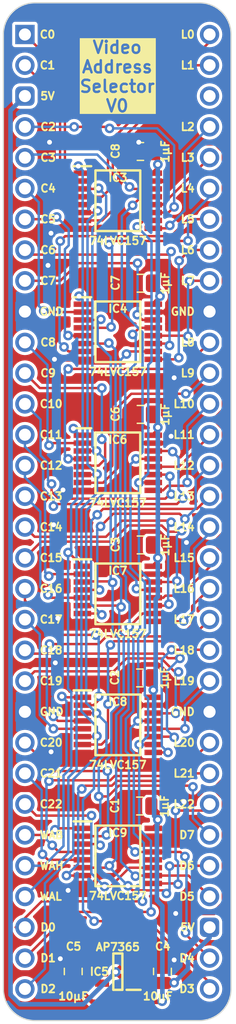
<source format=kicad_pcb>
(kicad_pcb (version 20221018) (generator pcbnew)
  (layers (0 "F.Cu" signal) (31 "B.Cu" signal) (36 "B.SilkS" user "B.Silkscreen") (37 "F.SilkS" user "F.Silkscreen") (38 "B.Mask" user) (39 "F.Mask" user) (44 "Edge.Cuts" user))
  (net 0 "")
  (net 1 "/5V")
  (net 2 "/GND")
  (net 3 "/3.3V")
  (net 5 "/C22")
  (net 6 "/Write Address Low")
  (net 7 "/L22")
  (net 9 "/Write Address High")
  (net 10 "/Write Address Bank")
  (net 11 "/C0")
  (net 12 "/D3")
  (net 13 "/L0")
  (net 14 "/C1")
  (net 15 "/D2")
  (net 16 "/L1")
  (net 17 "/L2")
  (net 18 "/D1")
  (net 19 "/C2")
  (net 20 "/L3")
  (net 21 "/D0")
  (net 22 "/C3")
  (net 23 "/C4")
  (net 24 "/D7")
  (net 25 "/L4")
  (net 26 "/C5")
  (net 27 "/D6")
  (net 28 "/L5")
  (net 29 "/L6")
  (net 30 "/D5")
  (net 31 "/C6")
  (net 32 "/L7")
  (net 33 "/D4")
  (net 34 "/C7")
  (net 35 "/C8")
  (net 36 "/L8")
  (net 37 "/C9")
  (net 38 "/L9")
  (net 39 "/L10")
  (net 40 "/C10")
  (net 41 "/L11")
  (net 42 "/C11")
  (net 43 "/C12")
  (net 44 "/L12")
  (net 45 "/C13")
  (net 46 "/L13")
  (net 47 "/L14")
  (net 48 "/C14")
  (net 49 "/L15")
  (net 50 "/C15")
  (net 51 "/C16")
  (net 52 "/L16")
  (net 53 "/C17")
  (net 54 "/L17")
  (net 55 "/L18")
  (net 56 "/C18")
  (net 57 "/L19")
  (net 58 "/C19")
  (net 59 "/C20")
  (net 60 "/L20")
  (net 61 "/C21")
  (net 62 "/L21")
  (footprint "SamacSys_Parts:SOP65P640X110-16N" (layer "F.Cu") (at 121.9708 77.86624)
    (fp_text reference "IC4")
    (fp_text value "74LVC157APW,118" hide)
  )
  (footprint "SamacSys_Parts:DIP-64_Board_W15.24mm" (layer "F.Cu") (at 114.3 53.34)
    (fp_text reference "J1" hide)
    (fp_text value "Conn_02x32_Counter_Clockwise")
    (fp_line (start -1.778 78.74) (end -1.778 0) (stroke (width 0.1)) (layer "Edge.Cuts"))
    (fp_line (start 0.832188 -2.613732) (end 14.404267 -2.613733) (stroke (width 0.1)) (layer "Edge.Cuts"))
    (fp_line (start 14.404268 81.353732) (end 0.835733 81.353733) (stroke (width 0.1)) (layer "Edge.Cuts"))
    (fp_line (start 17.018 78.74) (end 17.017999 -0.000001) (stroke (width 0.1)) (layer "Edge.Cuts"))
    (fp_arc (start -1.781544 0) (mid -1.016 -1.848188) (end 0.832188 -2.613732) (stroke (width 0.1)) (layer "Edge.Cuts"))
    (fp_arc (start 0.835733 81.353733) (mid -1.012457 80.58819) (end -1.778 78.74) (stroke (width 0.1)) (layer "Edge.Cuts"))
    (fp_arc (start 14.404267 -2.613733) (mid 16.25245 -1.848186) (end 17.017999 -0.000001) (stroke (width 0.1)) (layer "Edge.Cuts"))
    (fp_arc (start 17.018 78.74) (mid 16.252456 80.588187) (end 14.404268 81.353732) (stroke (width 0.1)) (layer "Edge.Cuts"))
  )
  (footprint "SamacSys_Parts:C_0805" (layer "F.Cu") (at 118.2878 130.6576)
    (fp_text reference "C5")
    (fp_text value "10µF")
  )
  (footprint "SamacSys_Parts:C_0805" (layer "F.Cu") (at 123.7996 106.426 90)
    (fp_text reference "C2")
    (fp_text value "1μF")
  )
  (footprint "SamacSys_Parts:C_0805" (layer "F.Cu") (at 125.6538 130.6576)
    (fp_text reference "C4")
    (fp_text value "10µF")
  )
  (footprint "SamacSys_Parts:C_0805" (layer "F.Cu") (at 123.8504 84.6836 90)
    (fp_text reference "C6")
    (fp_text value "1μF")
  )
  (footprint "SamacSys_Parts:C_0805" (layer "F.Cu") (at 123.8504 95.4532 90)
    (fp_text reference "C3")
    (fp_text value "1μF")
  )
  (footprint "SamacSys_Parts:SOP65P640X110-16N" (layer "F.Cu") (at 121.9708 88.67648)
    (fp_text reference "IC6")
    (fp_text value "74LVC157APW,118" hide)
  )
  (footprint "SamacSys_Parts:C_0805" (layer "F.Cu") (at 123.8504 73.8632 90)
    (fp_text reference "C7")
    (fp_text value "1μF")
  )
  (footprint "SamacSys_Parts:SOP65P640X110-16N" (layer "F.Cu") (at 121.9708 121.1072)
    (fp_text reference "IC9")
    (fp_text value "74LVC157APW,118" hide)
  )
  (footprint "SamacSys_Parts:SOP65P640X110-16N" (layer "F.Cu") (at 121.9708 67.056)
    (fp_text reference "IC3")
    (fp_text value "74LVC157APW,118" hide)
  )
  (footprint "SamacSys_Parts:SOT95P285X130-5N" (layer "F.Cu") (at 121.9708 130.6576 180)
    (fp_text reference "IC5")
    (fp_text value "AP7365-33WG-7" hide)
  )
  (footprint "SamacSys_Parts:SOP65P640X110-16N" (layer "F.Cu") (at 121.9708 99.48672)
    (fp_text reference "IC7")
    (fp_text value "74LVC157APW,118" hide)
  )
  (footprint "SamacSys_Parts:C_0805" (layer "F.Cu") (at 123.7996 116.9924 90)
    (fp_text reference "C1")
    (fp_text value "1μF")
  )
  (footprint "SamacSys_Parts:SOP65P640X110-16N" (layer "F.Cu") (at 121.9708 110.29696)
    (fp_text reference "IC8")
    (fp_text value "74LVC157APW,118" hide)
  )
  (footprint "SamacSys_Parts:C_0805" (layer "F.Cu") (at 123.8504 62.992 90)
    (fp_text reference "C8")
    (fp_text value "1μF")
  )
  (gr_text "L11" (at 128.397 86.36) (layer "F.SilkS") (effects (font (size 0.635 0.635) (thickness 0.15) bold) (justify right)))
  (gr_text "L18" (at 128.397 104.14) (layer "F.SilkS") (effects (font (size 0.635 0.635) (thickness 0.15) bold) (justify right)))
  (gr_text "C18" (at 115.443 104.14) (layer "F.SilkS") (effects (font (size 0.635 0.635) (thickness 0.15) bold) (justify left)))
  (gr_text "GND" (at 128.397 76.2) (layer "F.SilkS") (effects (font (size 0.635 0.635) (thickness 0.15) bold) (justify right)))
  (gr_text "L15" (at 128.397 96.52) (layer "F.SilkS") (effects (font (size 0.635 0.635) (thickness 0.15) bold) (justify right)))
  (gr_text "C22" (at 115.443 116.84) (layer "F.SilkS") (effects (font (size 0.635 0.635) (thickness 0.15) bold) (justify left)))
  (gr_text "L9" (at 128.397 81.28) (layer "F.SilkS") (effects (font (size 0.635 0.635) (thickness 0.15) bold) (justify right)))
  (gr_text "L19" (at 128.397 106.68) (layer "F.SilkS") (effects (font (size 0.635 0.635) (thickness 0.15) bold) (justify right)))
  (gr_text "D5" (at 128.397 124.46) (layer "F.SilkS") (effects (font (size 0.635 0.635) (thickness 0.15) bold) (justify right)))
  (gr_text "L6" (at 128.397 71.12) (layer "F.SilkS") (effects (font (size 0.635 0.635) (thickness 0.15) bold) (justify right)))
  (gr_text "D7" (at 128.397 119.38) (layer "F.SilkS") (effects (font (size 0.635 0.635) (thickness 0.15) bold) (justify right)))
  (gr_text "L5" (at 128.397 68.58) (layer "F.SilkS") (effects (font (size 0.635 0.635) (thickness 0.15) bold) (justify right)))
  (gr_text "C4" (at 115.4938 66.04) (layer "F.SilkS") (effects (font (size 0.635 0.635) (thickness 0.15) bold) (justify left)))
  (gr_text "C6" (at 115.4938 71.12) (layer "F.SilkS") (effects (font (size 0.635 0.635) (thickness 0.15) bold) (justify left)))
  (gr_text "GND" (at 115.443 109.22) (layer "F.SilkS") (effects (font (size 0.635 0.635) (thickness 0.15) bold) (justify left)))
  (gr_text "C8" (at 115.4938 78.74) (layer "F.SilkS") (effects (font (size 0.635 0.635) (thickness 0.15) bold) (justify left)))
  (gr_text "C2" (at 115.4938 60.96) (layer "F.SilkS") (effects (font (size 0.635 0.635) (thickness 0.15) bold) (justify left)))
  (gr_text "C10" (at 115.443 83.82) (layer "F.SilkS") (effects (font (size 0.635 0.635) (thickness 0.15) bold) (justify left)))
  (gr_text "L2" (at 128.397 60.96) (layer "F.SilkS") (effects (font (size 0.635 0.635) (thickness 0.15) bold) (justify right)))
  (gr_text "L10" (at 128.397 83.82) (layer "F.SilkS") (effects (font (size 0.635 0.635) (thickness 0.15) bold) (justify right)))
  (gr_text "C13" (at 115.443 91.44) (layer "F.SilkS") (effects (font (size 0.635 0.635) (thickness 0.15) bold) (justify left)))
  (gr_text "D2" (at 115.4938 132.08) (layer "F.SilkS") (effects (font (size 0.635 0.635) (thickness 0.15) bold) (justify left)))
  (gr_text "Video\nAddress\nSelector\nV0" (at 121.92 59.817) (layer "F.SilkS" knockout) (effects (font (size 1 1) (thickness 0.2) bold) (justify bottom)))
  (gr_text "C16" (at 115.443 99.06) (layer "F.SilkS") (effects (font (size 0.635 0.635) (thickness 0.15) bold) (justify left)))
  (gr_text "L8" (at 128.397 78.74) (layer "F.SilkS") (effects (font (size 0.635 0.635) (thickness 0.15) bold) (justify right)))
  (gr_text "L7" (at 128.397 73.66) (layer "F.SilkS") (effects (font (size 0.635 0.635) (thickness 0.15) bold) (justify right)))
  (gr_text "D1" (at 115.4938 129.54) (layer "F.SilkS") (effects (font (size 0.635 0.635) (thickness 0.15) bold) (justify left)))
  (gr_text "WAB" (at 115.443 119.38) (layer "F.SilkS") (effects (font (size 0.635 0.635) (thickness 0.15) bold) (justify left)))
  (gr_text "L14" (at 128.397 93.98) (layer "F.SilkS") (effects (font (size 0.635 0.635) (thickness 0.15) bold) (justify right)))
  (gr_text "C20" (at 115.443 111.76) (layer "F.SilkS") (effects (font (size 0.635 0.635) (thickness 0.15) bold) (justify left)))
  (gr_text "5V" (at 115.4938 58.42) (layer "F.SilkS") (effects (font (size 0.635 0.635) (thickness 0.15) bold) (justify left)))
  (gr_text "5V" (at 128.397 127) (layer "F.SilkS") (effects (font (size 0.635 0.635) (thickness 0.15) bold) (justify right)))
  (gr_text "C21" (at 115.443 114.3) (layer "F.SilkS") (effects (font (size 0.635 0.635) (thickness 0.15) bold) (justify left)))
  (gr_text "D3" (at 128.397 132.08) (layer "F.SilkS") (effects (font (size 0.635 0.635) (thickness 0.15) bold) (justify right)))
  (gr_text "C9" (at 115.4938 81.28) (layer "F.SilkS") (effects (font (size 0.635 0.635) (thickness 0.15) bold) (justify left)))
  (gr_text "L0" (at 128.397 53.34) (layer "F.SilkS") (effects (font (size 0.635 0.635) (thickness 0.15) bold) (justify right)))
  (gr_text "C5" (at 115.4938 68.58) (layer "F.SilkS") (effects (font (size 0.635 0.635) (thickness 0.15) bold) (justify left)))
  (gr_text "WAL" (at 115.443 124.46) (layer "F.SilkS") (effects (font (size 0.635 0.635) (thickness 0.15) bold) (justify left)))
  (gr_text "C7" (at 115.4938 73.66) (layer "F.SilkS") (effects (font (size 0.635 0.635) (thickness 0.15) bold) (justify left)))
  (gr_text "D4" (at 128.397 129.54) (layer "F.SilkS") (effects (font (size 0.635 0.635) (thickness 0.15) bold) (justify right)))
  (gr_text "GND" (at 115.443 76.2) (layer "F.SilkS") (effects (font (size 0.635 0.635) (thickness 0.15) bold) (justify left)))
  (gr_text "L20" (at 128.397 111.76) (layer "F.SilkS") (effects (font (size 0.635 0.635) (thickness 0.15) bold) (justify right)))
  (gr_text "L22" (at 128.397 116.84) (layer "F.SilkS") (effects (font (size 0.635 0.635) (thickness 0.15) bold) (justify right)))
  (gr_text "C19" (at 115.443 106.68) (layer "F.SilkS") (effects (font (size 0.635 0.635) (thickness 0.15) bold) (justify left)))
  (gr_text "C15" (at 115.443 96.52) (layer "F.SilkS") (effects (font (size 0.635 0.635) (thickness 0.15) bold) (justify left)))
  (gr_text "C0" (at 115.443 53.34) (layer "F.SilkS") (effects (font (size 0.635 0.635) (thickness 0.15) bold) (justify left)))
  (gr_text "D6" (at 128.397 121.92) (layer "F.SilkS") (effects (font (size 0.635 0.635) (thickness 0.15) bold) (justify right)))
  (gr_text "L13" (at 128.397 91.44) (layer "F.SilkS") (effects (font (size 0.635 0.635) (thickness 0.15) bold) (justify right)))
  (gr_text "D0" (at 115.4938 127) (layer "F.SilkS") (effects (font (size 0.635 0.635) (thickness 0.15) bold) (justify left)))
  (gr_text "L16" (at 128.397 99.06) (layer "F.SilkS") (effects (font (size 0.635 0.635) (thickness 0.15) bold) (justify right)))
  (gr_text "C3" (at 115.4938 63.5) (layer "F.SilkS") (effects (font (size 0.635 0.635) (thickness 0.15) bold) (justify left)))
  (gr_text "L4" (at 128.397 66.04) (layer "F.SilkS") (effects (font (size 0.635 0.635) (thickness 0.15) bold) (justify right)))
  (gr_text "C11" (at 115.443 86.36) (layer "F.SilkS") (effects (font (size 0.635 0.635) (thickness 0.15) bold) (justify left)))
  (gr_text "L3" (at 128.397 63.5) (layer "F.SilkS") (effects (font (size 0.635 0.635) (thickness 0.15) bold) (justify right)))
  (gr_text "C12" (at 115.443 88.9) (layer "F.SilkS") (effects (font (size 0.635 0.635) (thickness 0.15) bold) (justify left)))
  (gr_text "C14" (at 115.443 93.98) (layer "F.SilkS") (effects (font (size 0.635 0.635) (thickness 0.15) bold) (justify left)))
  (gr_text "L21" (at 128.397 114.3) (layer "F.SilkS") (effects (font (size 0.635 0.635) (thickness 0.15) bold) (justify right)))
  (gr_text "L1" (at 128.397 55.88) (layer "F.SilkS") (effects (font (size 0.635 0.635) (thickness 0.15) bold) (justify right)))
  (gr_text "GND" (at 128.397 109.22) (layer "F.SilkS") (effects (font (size 0.635 0.635) (thickness 0.15) bold) (justify right)))
  (gr_text "L12" (at 128.397 88.9) (layer "F.SilkS") (effects (font (size 0.635 0.635) (thickness 0.15) bold) (justify right)))
  (gr_text "WAH" (at 115.443 121.92) (layer "F.SilkS") (effects (font (size 0.635 0.635) (thickness 0.15) bold) (justify left)))
  (gr_text "L17" (at 128.397 101.6) (layer "F.SilkS") (effects (font (size 0.635 0.635) (thickness 0.15) bold) (justify right)))
  (gr_text "C17" (at 115.443 101.6) (layer "F.SilkS") (effects (font (size 0.635 0.635) (thickness 0.15) bold) (justify left)))
  (gr_text "C1" (at 115.443 55.88) (layer "F.SilkS") (effects (font (size 0.635 0.635) (thickness 0.15) bold) (justify left)))
  (segment (start 125.6538 131.5916) (end 126.5994 131.5916) (width 0.38) (layer "F.Cu") (net 1))
  (segment (start 125.6538 131.5916) (end 123.2868 131.5916) (width 0.38) (layer "F.Cu") (net 1))
  (segment (start 122.7684 129.7076) (end 121.793 130.683) (width 0.38) (layer "F.Cu") (net 1))
  (segment (start 126.5994 131.5916) (end 126.619 131.572) (width 0.38) (layer "F.Cu") (net 1))
  (segment (start 122.7176 131.6076) (end 121.793 130.683) (width 0.38) (layer "F.Cu") (net 1))
  (segment (start 123.2708 131.6076) (end 122.7176 131.6076) (width 0.38) (layer "F.Cu") (net 1))
  (segment (start 123.2708 129.7076) (end 122.7684 129.7076) (width 0.38) (layer "F.Cu") (net 1))
  (via (at 126.619 131.572) (size 0.8) (drill 0.4) (layers "F.Cu" "B.Cu") (net 1))
  (via (at 121.793 130.683) (size 0.8) (drill 0.4) (layers "F.Cu" "B.Cu") (net 1))
  (segment (start 127.762 130.429) (end 126.619 131.572) (width 0.38) (layer "B.Cu") (net 1))
  (segment (start 119.126 133.35) (end 121.793 130.683) (width 0.38) (layer "B.Cu") (net 1))
  (segment (start 114.3 58.42) (end 113.11 59.61) (width 0.38) (layer "B.Cu") (net 1))
  (segment (start 127.762 129.635085) (end 127.762 130.429) (width 0.38) (layer "B.Cu") (net 1))
  (segment (start 129.54 127) (end 129.54 127.857085) (width 0.38) (layer "B.Cu") (net 1))
  (segment (start 129.54 127.857085) (end 127.762 129.635085) (width 0.38) (layer "B.Cu") (net 1))
  (segment (start 113.887085 133.35) (end 119.126 133.35) (width 0.38) (layer "B.Cu") (net 1))
  (segment (start 113.11 59.61) (end 113.11 132.572915) (width 0.38) (layer "B.Cu") (net 1))
  (segment (start 113.11 132.572915) (end 113.887085 133.35) (width 0.38) (layer "B.Cu") (net 1))
  (segment (start 129.952915 115.57) (end 130.81 114.712915) (width 0.38) (layer "F.Cu") (net 2))
  (segment (start 122.8336 106.426) (end 123.9486 105.311) (width 0.38) (layer "F.Cu") (net 2))
  (segment (start 130.73 71.708) (end 130.048 72.39) (width 0.38) (layer "F.Cu") (net 2))
  (segment (start 127.41557 116.637185) (end 128.0599 116.637185) (width 0.38) (layer "F.Cu") (net 2))
  (segment (start 124.02372 97.86172) (end 122.8844 96.7224) (width 0.38) (layer "F.Cu") (net 2))
  (segment (start 119.0458 112.57196) (end 116.50896 112.57196) (width 0.38) (layer "F.Cu") (net 2))
  (segment (start 123.698 62.23) (end 123.6464 62.23) (width 0.38) (layer "F.Cu") (net 2))
  (segment (start 113.73 115.65) (end 113.048 116.332) (width 0.38) (layer "F.Cu") (net 2))
  (segment (start 126.624697 73.527303) (end 129.297394 76.2) (width 0.38) (layer "F.Cu") (net 2))
  (segment (start 130.73 77.39) (end 130.73 82.155) (width 0.38) (layer "F.Cu") (net 2))
  (segment (start 129.127085 115.57) (end 129.952915 115.57) (width 0.38) (layer "F.Cu") (net 2))
  (segment (start 130.73 124.985) (end 130.73 116.347085) (width 0.38) (layer "F.Cu") (net 2))
  (segment (start 126.239297 95.278) (end 127.607 95.278) (width 0.38) (layer "F.Cu") (net 2))
  (segment (start 124.218503 115.8774) (end 126.655785 115.8774) (width 0.38) (layer "F.Cu") (net 2))
  (segment (start 124.051 61.877) (end 128.679 61.877) (width 0.38) (layer "F.Cu") (net 2))
  (segment (start 130.032915 62.31) (end 130.73 63.007085) (width 0.38) (layer "F.Cu") (net 2))
  (segment (start 125.897771 87.05148) (end 124.8958 87.05148) (width 0.38) (layer "F.Cu") (net 2))
  (segment (start 113.11 75.01) (end 113.11 63.007085) (width 0.38) (layer "F.Cu") (net 2))
  (segment (start 122.8336 119.1014) (end 123.2144 119.4822) (width 0.38) (layer "F.Cu") (net 2))
  (segment (start 124.8958 65.431) (end 123.7908 65.431) (width 0.38) (layer "F.Cu") (net 2))
  (segment (start 124.8958 76.24124) (end 129.49876 76.24124) (width 0.38) (layer "F.Cu") (net 2))
  (segment (start 122.285407 74.462193) (end 122.285407 78.984193) (width 0.38) (layer "F.Cu") (net 2))
  (segment (start 123.9486 105.311) (end 125.248697 105.311) (width 0.38) (layer "F.Cu") (net 2))
  (segment (start 126.619 81.661) (end 126.55876 81.72124) (width 0.38) (layer "F.Cu") (net 2))
  (segment (start 130.255 82.63) (end 128.546035 82.63) (width 0.38) (layer "F.Cu") (net 2))
  (segment (start 129.980915 95.278) (end 130.73 96.027085) (width 0.38) (layer "F.Cu") (net 2))
  (segment (start 130.73 96.027085) (end 130.73 108.03) (width 0.38) (layer "F.Cu") (net 2))
  (segment (start 122.4788 85.0892) (end 122.4788 89.4842) (width 0.38) (layer "F.Cu") (net 2))
  (segment (start 126.793 125.81) (end 129.905 125.81) (width 0.38) (layer "F.Cu") (net 2))
  (segment (start 123.091 100.911229) (end 121.894229 102.108) (width 0.38) (layer "F.Cu") (net 2))
  (segment (start 116.74264 80.14124) (end 116.7384 80.137) (width 0.38) (layer "F.Cu") (net 2))
  (segment (start 113.11 63.007085) (end 113.887085 62.23) (width 0.38) (layer "F.Cu") (net 2))
  (segment (start 126.67924 81.72124) (end 126.619 81.661) (width 0.38) (layer "F.Cu") (net 2))
  (segment (start 113.048 130.066) (end 113.712 130.73) (width 0.38) (layer "F.Cu") (net 2))
  (segment (start 122.8844 95.4532) (end 123.9994 94.3382) (width 0.38) (layer "F.Cu") (net 2))
  (segment (start 123.7908 65.431) (end 123.1814 64.8216) (width 0.38) (layer "F.Cu") (net 2))
  (segment (start 119.0458 123.3822) (end 118.434119 123.3822) (width 0.38) (layer "F.Cu") (net 2))
  (segment (start 116.860005 69.331) (end 116.453637 69.737368) (width 0.38) (layer "F.Cu") (net 2))
  (segment (start 116.0818 130.73) (end 117.221 129.5908) (width 0.38) (layer "F.Cu") (net 2))
  (segment (start 122.060349 119.874651) (end 122.060349 122.247229) (width 0.38) (layer "F.Cu") (net 2))
  (segment (start 113.048 110.472) (end 114.3 109.22) (width 0.38) (layer "F.Cu") (net 2))
  (segment (start 126.655785 115.8774) (end 127.41557 116.637185) (width 0.38) (layer "F.Cu") (net 2))
  (segment (start 120.622 122.71) (end 119.9498 123.3822) (width 0.38) (layer "F.Cu") (net 2))
  (segment (start 114.3 76.2) (end 113.11 77.39) (width 0.38) (layer "F.Cu") (net 2))
  (segment (start 123.103502 116.9924) (end 124.218503 115.8774) (width 0.38) (layer "F.Cu") (net 2))
  (segment (start 127.859251 85.09) (end 126.462251 86.487) (width 0.38) (layer "F.Cu") (net 2))
  (segment (start 130.73 63.007085) (end 130.73 71.708) (width 0.38) (layer "F.Cu") (net 2))
  (segment (start 130.048 72.39) (end 130.73 73.072) (width 0.38) (layer "F.Cu") (net 2))
  (segment (start 113.11 108.03) (end 114.3 109.22) (width 0.38) (layer "F.Cu") (net 2))
  (segment (start 121.894229 102.108) (end 119.39208 102.108) (width 0.38) (layer "F.Cu") (net 2))
  (segment (start 130.73 84.312915) (end 130.73 83.105) (width 0.38) (layer "F.Cu") (net 2))
  (segment (start 123.9994 94.3382) (end 125.299497 94.3382) (width 0.38) (layer "F.Cu") (net 2))
  (segment (start 122.8336 106.426) (end 122.8336 110.5416) (width 0.38) (layer "F.Cu") (net 2))
  (segment (start 122.8336 119.1014) (end 122.060349 119.874651) (width 0.38) (layer "F.Cu") (net 2))
  (segment (start 118.9618 129.0176) (end 124.0646 129.0176) (width 0.38) (layer "F.Cu") (net 2))
  (segment (start 116.50896 112.57196) (end 116.459 112.522) (width 0.38) (layer "F.Cu") (net 2))
  (segment (start 113.048 116.332) (end 113.048 130.066) (width 0.38) (layer "F.Cu") (net 2))
  (segment (start 117.476183 90.95148) (end 117.442311 90.917608) (width 0.38) (layer "F.Cu") (net 2))
  (segment (start 114.3 76.2) (end 116.35 74.15) (width 0.38) (layer "F.Cu") (net 2))
  (segment (start 126.462251 86.487) (end 126.365 86.487) (width 0.38) (layer "F.Cu") (net 2))
  (segment (start 130.73 116.347085) (end 129.952915 115.57) (width 0.38) (layer "F.Cu") (net 2))
  (segment (start 127.637275 81.72124) (end 126.67924 81.72124) (width 0.38) (layer "F.Cu") (net 2))
  (segment (start 122.644882 99.683653) (end 123.091 100.129771) (width 0.38) (layer "F.Cu") (net 2))
  (segment (start 124.8958 120.1322) (end 124.8958 119.4822) (width 0.38) (layer "F.Cu") (net 2))
  (segment (start 113.712 130.73) (end 116.0818 130.73) (width 0.38) (layer "F.Cu") (net 2))
  (segment (start 126.44088 83.5686) (end 127.96228 85.09) (width 0.38) (layer "F.Cu") (net 2))
  (segment (start 127.607 95.278) (end 127.635 95.25) (width 0.38) (layer "F.Cu") (net 2))
  (segment (start 118.187 129.5908) (end 117.221 129.5908) (width 0.38) (layer "F.Cu") (net 2))
  (segment (start 126.55876 81.72124) (end 116.90024 81.72124) (width 0.38) (layer "F.Cu") (net 2))
  (segment (start 116.135315 116.9924) (end 114.792915 115.65) (width 0.38) (layer "F.Cu") (net 2))
  (segment (start 130.73 75.01) (end 129.54 76.2) (width 0.38) (layer "F.Cu") (net 2))
  (segment (start 120.80324 112.57196) (end 119.0458 112.57196) (width 0.38) (layer "F.Cu") (net 2))
  (segment (start 122.060349 122.247229) (end 121.597578 122.71) (width 0.38) (layer "F.Cu") (net 2))
  (segment (start 122.8336 116.9924) (end 116.135315 116.9924) (width 0.38) (layer "F.Cu") (net 2))
  (segment (start 123.2144 119.4822) (end 124.8958 119.4822) (width 0.38) (layer "F.Cu") (net 2))
  (segment (start 119.0458 101.76172) (end 117.27831 101.76172) (width 0.38) (layer "F.Cu") (net 2))
  (segment (start 122.8844 96.7224) (end 122.8844 95.4532) (width 0.38) (layer "F.Cu") (net 2))
  (segment (start 123.9994 83.5686) (end 126.44088 83.5686) (width 0.38) (layer "F.Cu") (net 2))
  (segment (start 122.8844 84.6836) (end 123.9994 83.5686) (width 0.38) (layer "F.Cu") (net 2))
  (segment (start 130.73 94.472915) (end 130.73 85.867085) (width 0.38) (layer "F.Cu") (net 2))
  (segment (start 130.73 108.03) (end 129.54 109.22) (width 0.38) (layer "F.Cu") (net 2))
  (segment (start 128.679 61.877) (end 129.112 62.31) (width 0.38) (layer "F.Cu") (net 2))
  (segment (start 116.7384 78.6384) (end 116.7384 80.137) (width 0.38) (layer "F.Cu") (net 2))
  (segment (start 122.4788 89.4842) (end 121.01152 90.95148) (width 0.38) (layer "F.Cu") (net 2))
  (segment (start 123.091 100.129771) (end 123.091 100.911229) (width 0.38) (layer "F.Cu") (net 2))
  (segment (start 119.0458 80.14124) (end 116.74264 80.14124) (width 0.38) (layer "F.Cu") (net 2))
  (segment (start 130.73 83.105) (end 130.255 82.63) (width 0.38) (layer "F.Cu") (net 2))
  (segment (start 130.81 110.49) (end 129.54 109.22) (width 0.38) (layer "F.Cu") (net 2))
  (segment (start 118.2878 129.6916) (end 118.9618 129.0176) (width 0.38) (layer "F.Cu") (net 2))
  (segment (start 123.059187 73.8632) (end 124.278387 72.644) (width 0.38) (layer "F.Cu") (net 2))
  (segment (start 123.2708 130.6576) (end 123.7726 130.6576) (width 0.38) (layer "F.Cu") (net 2))
  (segment (start 127.663 95.278) (end 129.924915 95.278) (width 0.38) (layer "F.Cu") (net 2))
  (segment (start 129.54 76.2) (end 130.73 77.39) (width 0.38) (layer "F.Cu") (net 2))
  (segment (start 122.8844 62.992) (end 122.8844 64.8216) (width 0.38) (layer "F.Cu") (net 2))
  (segment (start 114.3 76.2) (end 113.11 75.01) (width 0.38) (layer "F.Cu") (net 2))
  (segment (start 122.8336 110.5416) (end 120.80324 112.57196) (width 0.38) (layer "F.Cu") (net 2))
  (segment (start 114.792915 115.65) (end 113.73 115.65) (width 0.38) (layer "F.Cu") (net 2))
  (segment (start 122.644882 95.642718) (end 122.644882 99.683653) (width 0.38) (layer "F.Cu") (net 2))
  (segment (start 130.048 72.39) (end 127.762 72.39) (width 0.38) (layer "F.Cu") (net 2))
  (segment (start 121.12836 80.14124) (end 119.0458 80.14124) (width 0.38) (layer "F.Cu") (net 2))
  (segment (start 113.73 115.65) (end 113.048 114.968) (width 0.38) (layer "F.Cu") (net 2))
  (segment (start 130.73 73.072) (end 130.73 75.01) (width 0.38) (layer "F.Cu") (net 2))
  (segment (start 118.434119 123.3822) (end 117.864319 123.952) (width 0.38) (layer "F.Cu") (net 2))
  (segment (start 125.6538 129.6916) (end 126.619 129.6916) (width 0.38) (layer "F.Cu") (net 2))
  (segment (start 130.73 82.155) (end 130.255 82.63) (width 0.38) (layer "F.Cu") (net 2))
  (segment (start 129.112 62.31) (end 130.032915 62.31) (width 0.38) (layer "F.Cu") (net 2))
  (segment (start 129.905 125.81) (end 130.73 124.985) (width 0.38) (layer "F.Cu") (net 2))
  (segment (start 119.39208 102.108) (end 119.0458 101.76172) (width 0.38) (layer "F.Cu") (net 2))
  (segment (start 127.635 95.25) (end 127.663 95.278) (width 0.38) (layer "F.Cu") (net 2))
  (segment (start 120.915 69.331) (end 119.0458 69.331) (width 0.38) (layer "F.Cu") (net 2))
  (segment (start 126.365 86.584251) (end 125.897771 87.05148) (width 0.38) (layer "F.Cu") (net 2))
  (segment (start 122.8844 73.8632) (end 122.285407 74.462193) (width 0.38) (layer "F.Cu") (net 2))
  (segment (start 117.710765 73.8632) (end 122.8844 73.8632) (width 0.38) (layer "F.Cu") (net 2))
  (segment (start 126.746 125.857) (end 126.793 125.81) (width 0.38) (layer "F.Cu") (net 2))
  (segment (start 113.048 114.968) (end 113.048 110.472) (width 0.38) (layer "F.Cu") (net 2))
  (segment (start 129.952915 85.09) (end 130.73 84.312915) (width 0.38) (layer "F.Cu") (net 2))
  (segment (start 113.11 77.39) (end 113.11 108.03) (width 0.38) (layer "F.Cu") (net 2))
  (segment (start 130.73 85.867085) (end 129.952915 85.09) (width 0.38) (layer "F.Cu") (net 2))
  (segment (start 121.597578 122.71) (end 120.622 122.71) (width 0.38) (layer "F.Cu") (net 2))
  (segment (start 123.6464 62.23) (end 122.8844 62.992) (width 0.38) (layer "F.Cu") (net 2))
  (segment (start 129.952915 85.09) (end 127.96228 85.09) (width 0.38) (layer "F.Cu") (net 2))
  (segment (start 124.8958 97.86172) (end 124.02372 97.86172) (width 0.38) (layer "F.Cu") (net 2))
  (segment (start 114.3 76.2) (end 116.7384 78.6384) (width 0.38) (layer "F.Cu") (net 2))
  (segment (start 119.9498 123.3822) (end 119.0458 123.3822) (width 0.38) (layer "F.Cu") (net 2))
  (segment (start 122.8844 64.8216) (end 122.047 65.659) (width 0.38) (layer "F.Cu") (net 2))
  (segment (start 129.924915 95.278) (end 130.73 94.472915) (width 0.38) (layer "F.Cu") (net 2))
  (segment (start 122.8336 116.9924) (end 122.8336 119.1014) (width 0.38) (layer "F.Cu") (net 2))
  (segment (start 128.0599 116.637185) (end 129.127085 115.57) (width 0.38) (layer "F.Cu") (net 2))
  (segment (start 117.423964 74.15) (end 117.710765 73.8632) (width 0.38) (layer "F.Cu") (net 2))
  (segment (start 122.047 68.199) (end 120.915 69.331) (width 0.38) (layer "F.Cu") (net 2))
  (segment (start 122.047 65.659) (end 122.047 68.199) (width 0.38) (layer "F.Cu") (net 2))
  (segment (start 129.924915 95.278) (end 129.980915 95.278) (width 0.38) (layer "F.Cu") (net 2))
  (segment (start 125.248697 105.311) (end 129.157697 109.22) (width 0.38) (layer "F.Cu") (net 2))
  (segment (start 130.81 114.712915) (end 130.81 110.49) (width 0.38) (layer "F.Cu") (net 2))
  (segment (start 127.96228 85.09) (end 127.859251 85.09) (width 0.38) (layer "F.Cu") (net 2))
  (segment (start 124.0646 129.0176) (end 124.7386 129.6916) (width 0.38) (layer "F.Cu") (net 2))
  (segment (start 119.0458 90.95148) (end 117.476183 90.95148) (width 0.38) (layer "F.Cu") (net 2))
  (segment (start 125.741394 72.644) (end 126.624697 73.527303) (width 0.38) (layer "F.Cu") (net 2))
  (segment (start 116.35 74.15) (end 117.423964 74.15) (width 0.38) (layer "F.Cu") (net 2))
  (segment (start 125.299497 94.3382) (end 126.239297 95.278) (width 0.38) (layer "F.Cu") (net 2))
  (segment (start 123.1814 64.8216) (end 122.8844 64.8216) (width 0.38) (layer "F.Cu") (net 2))
  (segment (start 117.27831 101.76172) (end 117.01499 101.4984) (width 0.38) (layer "F.Cu") (net 2))
  (segment (start 122.285407 78.984193) (end 121.12836 80.14124) (width 0.38) (layer "F.Cu") (net 2))
  (segment (start 126.365 86.487) (end 126.365 86.584251) (width 0.38) (layer "F.Cu") (net 2))
  (segment (start 119.0458 69.331) (end 116.860005 69.331) (width 0.38) (layer "F.Cu") (net 2))
  (segment (start 123.7726 130.6576) (end 124.7386 129.6916) (width 0.38) (layer "F.Cu") (net 2))
  (segment (start 128.546035 82.63) (end 127.637275 81.72124) (width 0.38) (layer "F.Cu") (net 2))
  (segment (start 124.278387 72.644) (end 125.741394 72.644) (width 0.38) (layer "F.Cu") (net 2))
  (segment (start 122.866564 84.701436) (end 122.4788 85.0892) (width 0.38) (layer "F.Cu") (net 2))
  (segment (start 123.698 62.23) (end 124.051 61.877) (width 0.38) (layer "F.Cu") (net 2))
  (segment (start 116.90024 81.72124) (end 116.7384 81.5594) (width 0.38) (layer "F.Cu") (net 2))
  (segment (start 124.7386 129.6916) (end 125.6538 129.6916) (width 0.38) (layer "F.Cu") (net 2))
  (segment (start 116.7384 81.5594) (end 116.7384 80.137) (width 0.38) (layer "F.Cu") (net 2))
  (segment (start 121.01152 90.95148) (end 119.0458 90.95148) (width 0.38) (layer "F.Cu") (net 2))
  (segment (start 113.887085 62.23) (end 116.332 62.23) (width 0.38) (layer "F.Cu") (net 2))
  (segment (start 127.762 72.39) (end 126.624697 73.527303) (width 0.38) (layer "F.Cu") (net 2))
  (via (at 123.698 62.23) (size 0.8) (drill 0.4) (layers "F.Cu" "B.Cu") (net 2))
  (via (at 126.365 86.487) (size 0.8) (drill 0.4) (layers "F.Cu" "B.Cu") (net 2))
  (via (at 116.453637 69.737368) (size 0.8) (drill 0.4) (layers "F.Cu" "B.Cu") (net 2))
  (via (at 116.7384 80.137) (size 0.8) (drill 0.4) (layers "F.Cu" "B.Cu") (net 2))
  (via (at 126.619 129.6916) (size 0.8) (drill 0.4) (layers "F.Cu" "B.Cu") (net 2))
  (via (at 117.442311 90.917608) (size 0.8) (drill 0.4) (layers "F.Cu" "B.Cu") (net 2))
  (via (at 117.864319 123.952) (size 0.8) (drill 0.4) (layers "F.Cu" "B.Cu") (net 2))
  (via (at 116.332 62.23) (size 0.8) (drill 0.4) (layers "F.Cu" "B.Cu") (net 2))
  (via (at 126.619 81.661) (size 0.8) (drill 0.4) (layers "F.Cu" "B.Cu") (net 2))
  (via (at 116.807508 105.178953) (size 0.8) (drill 0.4) (layers "F.Cu" "B.Cu") (net 2))
  (via (at 117.221 129.5908) (size 0.8) (drill 0.4) (layers "F.Cu" "B.Cu") (net 2))
  (via (at 117.01499 101.4984) (size 0.8) (drill 0.4) (layers "F.Cu" "B.Cu") (net 2))
  (via (at 116.459 112.522) (size 0.8) (drill 0.4) (layers "F.Cu" "B.Cu") (net 2))
  (via (at 116.67 93.788) (size 0.8) (drill 0.4) (layers "F.Cu" "B.Cu") (net 2))
  (via (at 126.746 125.857) (size 0.8) (drill 0.4) (layers "F.Cu" "B.Cu") (net 2))
  (via (at 116.205 72.39) (size 0.8) (drill 0.4) (layers "F.Cu" "B.Cu") (net 2))
  (via (at 127.635 95.25) (size 0.8) (drill 0.4) (layers "F.Cu" "B.Cu") (net 2))
  (via (at 127.41557 116.637185) (size 0.8) (drill 0.4) (layers "F.Cu" "B.Cu") (net 2))
  (segment (start 117.06 96.876201) (end 116.588028 96.404229) (width 0.38) (layer "B.Cu") (net 2))
  (segment (start 127.635 100.005478) (end 126.619 101.021478) (width 0.38) (layer "B.Cu") (net 2))
  (segment (start 116.05 72.235) (end 116.05 70.141005) (width 0.38) (layer "B.Cu") (net 2))
  (segment (start 130.81 83.185) (end 130.255 82.63) (width 0.38) (layer "B.Cu") (net 2))
  (segment (start 116.588028 93.869972) (end 116.67 93.788) (width 0.38) (layer "B.Cu") (net 2))
  (segment (start 116.332 76.809229) (end 116.332 79.7306) (width 0.38) (layer "B.Cu") (net 2))
  (segment (start 126.619 125.984) (end 126.746 125.857) (width 0.38) (layer "B.Cu") (net 2))
  (segment (start 126.365 85.312085) (end 126.365 86.487) (width 0.38) (layer "B.Cu") (net 2))
  (segment (start 117.06 101.45339) (end 117.06 96.876201) (width 0.38) (layer "B.Cu") (net 2))
  (segment (start 128.35 93.487085) (end 129.207085 92.63) (width 0.38) (layer "B.Cu") (net 2))
  (segment (start 130.032915 92.63) (end 130.81 91.852915) (width 0.38) (layer "B.Cu") (net 2))
  (segment (start 117.01499 101.4984) (end 117.06 101.45339) (width 0.38) (layer "B.Cu") (net 2))
  (segment (start 130.73 102.252915) (end 130.032915 102.95) (width 0.38) (layer "B.Cu") (net 2))
  (segment (start 116.7384 80.137) (end 117.079 80.4776) (width 0.38) (layer "B.Cu") (net 2))
  (segment (start 130.73 108.03) (end 129.54 109.22) (width 0.38) (layer "B.Cu") (net 2))
  (segment (start 130.73 82.155) (end 130.255 82.63) (width 0.38) (layer "B.Cu") (net 2))
  (segment (start 126.619 129.6916) (end 128.35 127.9606) (width 0.38) (layer "B.Cu") (net 2))
  (segment (start 117.079 80.4776) (end 117.079 89.885771) (width 0.38) (layer "B.Cu") (net 2))
  (segment (start 130.255 82.63) (end 129.047085 82.63) (width 0.38) (layer "B.Cu") (net 2))
  (segment (start 116.205 72.39) (end 116.05 72.235) (width 0.38) (layer "B.Cu") (net 2))
  (segment (start 116.666 76.475229) (end 116.332 76.809229) (width 0.38) (layer "B.Cu") (net 2))
  (segment (start 128.35 94.535) (end 128.35 93.487085) (width 0.38) (layer "B.Cu") (net 2))
  (segment (start 127.653 116.874615) (end 127.41557 116.637185) (width 0.38) (layer "B.Cu") (net 2))
  (segment (start 116.67 93.788) (end 117.442311 93.015689) (width 0.38) (layer "B.Cu") (net 2))
  (segment (start 126.619 83.693) (end 127.301543 84.375543) (width 0.38) (layer "B.Cu") (net 2))
  (segment (start 126.619 102.362) (end 127.207 102.95) (width 0.38) (layer "B.Cu") (net 2))
  (segment (start 130.73 103.647085) (end 130.73 108.03) (width 0.38) (layer "B.Cu") (net 2))
  (segment (start 127.653 118.185964) (end 127.653 116.874615) (width 0.38) (layer "B.Cu") (net 2))
  (segment (start 116.205 72.39) (end 116.666 72.851) (width 0.38) (layer "B.Cu") (net 2))
  (segment (start 117.146461 104.84) (end 116.807508 105.178953) (width 0.38) (layer "B.Cu") (net 2))
  (segment (start 127.207 102.95) (end 130.032915 102.95) (width 0.38) (layer "B.Cu") (net 2))
  (segment (start 130.73 77.39) (end 130.73 82.155) (width 0.38) (layer "B.Cu") (net 2))
  (segment (start 116.332 62.23) (end 123.698 62.23) (width 0.38) (layer "B.Cu") (net 2))
  (segment (start 116.459 111.887) (end 116.459 112.522) (width 0.38) (layer "B.Cu") (net 2))
  (segment (start 117.079 89.885771) (end 117.442311 90.249082) (width 0.38) (layer "B.Cu") (net 2))
  (segment (start 127.635 95.25) (end 127.635 100.005478) (width 0.38) (layer "B.Cu") (net 2))
  (segment (start 117.442311 93.015689) (end 117.442311 90.917608) (width 0.38) (layer "B.Cu") (net 2))
  (segment (start 130.81 91.852915) (end 130.81 83.185) (width 0.38) (layer "B.Cu") (net 2))
  (segment (start 129.047085 82.63) (end 127.301543 84.375543) (width 0.38) (layer "B.Cu") (net 2))
  (segment (start 128.35 127.9606) (end 128.35 118.882964) (width 0.38) (layer "B.Cu") (net 2))
  (segment (start 117.221 124.595319) (end 117.864319 123.952) (width 0.38) (layer "B.Cu") (net 2))
  (segment (start 130.73 93.327085) (end 130.73 102.252915) (width 0.38) (layer "B.Cu") (net 2))
  (segment (start 117.442311 90.249082) (end 117.442311 90.917608) (width 0.38) (layer "B.Cu") (net 2))
  (segment (start 128.35 118.882964) (end 127.653 118.185964) (width 0.38) (layer "B.Cu") (net 2))
  (segment (start 127.635 95.25) (end 128.35 94.535) (width 0.38) (layer "B.Cu") (net 2))
  (segment (start 126.619 81.661) (end 126.619 83.693) (width 0.38) (layer "B.Cu") (net 2))
  (segment (start 117.01499 101.4984) (end 117.146461 101.629871) (width 0.38) (layer "B.Cu") (net 2))
  (segment (start 116.588028 96.404229) (end 116.588028 93.869972) (width 0.38) (layer "B.Cu") (net 2))
  (segment (start 126.619 101.021478) (end 126.619 102.362) (width 0.38) (layer "B.Cu") (net 2))
  (segment (start 126.619 129.6916) (end 126.619 125.984) (width 0.38) (layer "B.Cu") (net 2))
  (segment (start 117.221 129.5908) (end 117.221 124.595319) (width 0.38) (layer "B.Cu") (net 2))
  (segment (start 116.332 79.7306) (end 116.7384 80.137) (width 0.38) (layer "B.Cu") (net 2))
  (segment (start 129.54 76.2) (end 130.73 77.39) (width 0.38) (layer "B.Cu") (net 2))
  (segment (start 130.032915 92.63) (end 130.73 93.327085) (width 0.38) (layer "B.Cu") (net 2))
  (segment (start 114.3 109.728) (end 116.459 111.887) (width 0.38) (layer "B.Cu") (net 2))
  (segment (start 127.301543 84.375543) (end 126.365 85.312085) (width 0.38) (layer "B.Cu") (net 2))
  (segment (start 129.207085 92.63) (end 130.032915 92.63) (width 0.38) (layer "B.Cu") (net 2))
  (segment (start 116.666 72.851) (end 116.666 76.475229) (width 0.38) (layer "B.Cu") (net 2))
  (segment (start 130.032915 102.95) (end 130.73 103.647085) (width 0.38) (layer "B.Cu") (net 2))
  (segment (start 117.146461 101.629871) (end 117.146461 104.84) (width 0.38) (layer "B.Cu") (net 2))
  (segment (start 116.05 70.141005) (end 116.453637 69.737368) (width 0.38) (layer "B.Cu") (net 2))
  (segment (start 125.2728 96.52) (end 125.2728 95.9416) (width 0.38) (layer "F.Cu") (net 3))
  (segment (start 125.269598 118.119973) (end 125.269598 117.528398) (width 0.38) (layer "F.Cu") (net 3))
  (segment (start 125.2728 95.9416) (end 124.7844 95.4532) (width 0.38) (layer "F.Cu") (net 3))
  (segment (start 125.269598 117.528398) (end 124.7336 116.9924) (width 0.38) (layer "F.Cu") (net 3))
  (segment (start 125.2728 63.4804) (end 124.7844 62.992) (width 0.38) (layer "F.Cu") (net 3))
  (segment (start 118.2878 131.5916) (end 120.6548 131.5916) (width 0.38) (layer "F.Cu") (net 3))
  (segment (start 125.2728 85.7504) (end 125.2728 85.172) (width 0.38) (layer "F.Cu") (net 3))
  (segment (start 125.2728 96.83472) (end 124.8958 97.21172) (width 0.38) (layer "F.Cu") (net 3))
  (segment (start 119.843 133.1468) (end 125.5776 133.1468) (width 0.38) (layer "F.Cu") (net 3))
  (segment (start 125.449621 74.528421) (end 125.449621 74.93) (width 0.38) (layer "F.Cu") (net 3))
  (segment (start 118.2878 131.5916) (end 119.843 133.1468) (width 0.38) (layer "F.Cu") (net 3))
  (segment (start 124.7844 73.8632) (end 125.449621 74.528421) (width 0.38) (layer "F.Cu") (net 3))
  (segment (start 125.2728 64.0588) (end 125.2728 64.404) (width 0.38) (layer "F.Cu") (net 3))
  (segment (start 124.8958 108.02196) (end 124.8958 107.428424) (width 0.38) (layer "F.Cu") (net 3))
  (segment (start 125.2728 85.172) (end 124.7844 84.6836) (width 0.38) (layer "F.Cu") (net 3))
  (segment (start 125.5776 133.1468) (end 125.6284 133.096) (width 0.38) (layer "F.Cu") (net 3))
  (segment (start 125.269598 118.458402) (end 125.269598 118.119973) (width 0.38) (layer "F.Cu") (net 3))
  (segment (start 124.8958 75.59124) (end 125.449621 75.037419) (width 0.38) (layer "F.Cu") (net 3))
  (segment (start 125.2728 64.0588) (end 125.2728 63.4804) (width 0.38) (layer "F.Cu") (net 3))
  (segment (start 124.8958 106.5882) (end 124.8958 107.428424) (width 0.38) (layer "F.Cu") (net 3))
  (segment (start 125.2728 96.52) (end 125.2728 96.83472) (width 0.38) (layer "F.Cu") (net 3))
  (segment (start 125.2728 86.02448) (end 124.8958 86.40148) (width 0.38) (layer "F.Cu") (net 3))
  (segment (start 125.2728 85.7504) (end 125.2728 86.02448) (width 0.38) (layer "F.Cu") (net 3))
  (segment (start 125.2728 64.404) (end 124.8958 64.781) (width 0.38) (layer "F.Cu") (net 3))
  (segment (start 125.449621 75.037419) (end 125.449621 74.93) (width 0.38) (layer "F.Cu") (net 3))
  (segment (start 124.8958 118.8322) (end 125.269598 118.458402) (width 0.38) (layer "F.Cu") (net 3))
  (via (at 125.2728 96.52) (size 0.8) (drill 0.4) (layers "F.Cu" "B.Cu") (net 3))
  (via (at 125.2728 64.0588) (size 0.8) (drill 0.4) (layers "F.Cu" "B.Cu") (net 3))
  (via (at 125.269598 118.119973) (size 0.8) (drill 0.4) (layers "F.Cu" "B.Cu") (net 3))
  (via (at 125.6284 133.096) (size 0.8) (drill 0.4) (layers "F.Cu" "B.Cu") (net 3))
  (via (at 124.8958 107.428424) (size 0.8) (drill 0.4) (layers "F.Cu" "B.Cu") (net 3))
  (via (at 125.449621 74.93) (size 0.8) (drill 0.4) (layers "F.Cu" "B.Cu") (net 3))
  (via (at 125.2728 85.7504) (size 0.8) (drill 0.4) (layers "F.Cu" "B.Cu") (net 3))
  (segment (start 125.2728 74.753179) (end 125.449621 74.93) (width 0.38) (layer "B.Cu") (net 3))
  (segment (start 125.095 107.229224) (end 124.8958 107.428424) (width 0.38) (layer "B.Cu") (net 3))
  (segment (start 125.2728 85.7504) (end 125.2728 75.106821) (width 0.38) (layer "B.Cu") (net 3))
  (segment (start 125.194 118.195571) (end 125.269598 118.119973) (width 0.38) (layer "B.Cu") (net 3))
  (segment (start 125.269598 118.119973) (end 124.967 117.817375) (width 0.38) (layer "B.Cu") (net 3))
  (segment (start 125.2728 64.0588) (end 125.2728 74.753179) (width 0.38) (layer "B.Cu") (net 3))
  (segment (start 125.2728 96.52) (end 125.2728 99.733801) (width 0.38) (layer "B.Cu") (net 3))
  (segment (start 125.647777 125.241006) (end 125.194 124.787229) (width 0.38) (layer "B.Cu") (net 3))
  (segment (start 125.095 99.911601) (end 125.095 107.229224) (width 0.38) (layer "B.Cu") (net 3))
  (segment (start 125.2728 96.52) (end 125.2728 85.7504) (width 0.38) (layer "B.Cu") (net 3))
  (segment (start 125.2728 75.106821) (end 125.449621 74.93) (width 0.38) (layer "B.Cu") (net 3))
  (segment (start 125.647777 133.076623) (end 125.647777 125.241006) (width 0.38) (layer "B.Cu") (net 3))
  (segment (start 125.194 124.787229) (end 125.194 118.195571) (width 0.38) (layer "B.Cu") (net 3))
  (segment (start 125.6284 133.096) (end 125.647777 133.076623) (width 0.38) (layer "B.Cu") (net 3))
  (segment (start 124.967 107.499624) (end 124.8958 107.428424) (width 0.38) (layer "B.Cu") (net 3))
  (segment (start 125.2728 99.733801) (end 125.095 99.911601) (width 0.38) (layer "B.Cu") (net 3))
  (segment (start 124.967 117.817375) (end 124.967 107.499624) (width 0.38) (layer "B.Cu") (net 3))
  (segment (start 115.242399 117.782399) (end 119.794001 117.782399) (width 0.2) (layer "F.Cu") (net 5))
  (segment (start 114.3 116.84) (end 115.242399 117.782399) (width 0.2) (layer "F.Cu") (net 5))
  (segment (start 122.918342 122.0822) (end 121.359112 123.64143) (width 0.2) (layer "F.Cu") (net 5))
  (segment (start 121.359112 123.64143) (end 120.87348 123.64143) (width 0.2) (layer "F.Cu") (net 5))
  (segment (start 124.8958 122.0822) (end 122.918342 122.0822) (width 0.2) (layer "F.Cu") (net 5))
  (via (at 120.87348 123.64143) (size 0.8) (drill 0.4) (layers "F.Cu" "B.Cu") (net 5))
  (via (at 119.794001 117.782399) (size 0.8) (drill 0.4) (layers "F.Cu" "B.Cu") (net 5))
  (segment (start 119.78 122.54795) (end 120.87348 123.64143) (width 0.2) (layer "B.Cu") (net 5))
  (segment (start 119.78 117.7964) (end 119.78 122.54795) (width 0.2) (layer "B.Cu") (net 5))
  (segment (start 119.794001 117.782399) (end 119.78 117.7964) (width 0.2) (layer "B.Cu") (net 5))
  (segment (start 119.0458 75.59124) (end 119.0458 75.209148) (width 0.2) (layer "F.Cu") (net 6))
  (segment (start 119.0458 64.5438) (end 118.702 64.2) (width 0.2) (layer "F.Cu") (net 6))
  (segment (start 119.0458 64.781) (end 119.0458 64.5438) (width 0.2) (layer "F.Cu") (net 6))
  (segment (start 119.0458 75.209148) (end 118.766652 74.93) (width 0.2) (layer "F.Cu") (net 6))
  (via (at 118.702 64.2) (size 0.8) (drill 0.4) (layers "F.Cu" "B.Cu") (net 6))
  (via (at 118.766652 74.93) (size 0.8) (drill 0.4) (layers "F.Cu" "B.Cu") (net 6))
  (segment (start 118.561 92.296678) (end 119.06666 91.791018) (width 0.2) (layer "B.Cu") (net 6))
  (segment (start 114.3 124.46) (end 117.884807 120.875193) (width 0.2) (layer "B.Cu") (net 6))
  (segment (start 119.06666 75.230008) (end 118.766652 74.93) (width 0.2) (layer "B.Cu") (net 6))
  (segment (start 119.06666 91.791018) (end 119.06666 75.230008) (width 0.2) (layer "B.Cu") (net 6))
  (segment (start 118.702 64.2) (end 119.06666 64.56466) (width 0.2) (layer "B.Cu") (net 6))
  (segment (start 119.06666 74.629992) (end 118.766652 74.93) (width 0.2) (layer "B.Cu") (net 6))
  (segment (start 119.06666 64.56466) (end 119.06666 74.629992) (width 0.2) (layer "B.Cu") (net 6))
  (segment (start 117.884807 120.875193) (end 117.884807 114.637576) (width 0.2) (layer "B.Cu") (net 6))
  (segment (start 118.561 113.961383) (end 118.561 92.296678) (width 0.2) (layer "B.Cu") (net 6))
  (segment (start 117.884807 114.637576) (end 118.561 113.961383) (width 0.2) (layer "B.Cu") (net 6))
  (segment (start 129.54 116.84) (end 129.011211 117.368789) (width 0.2) (layer "F.Cu") (net 7))
  (segment (start 129.011211 117.368789) (end 126.733837 117.368789) (width 0.2) (layer "F.Cu") (net 7))
  (segment (start 126.876188 123.3822) (end 126.938 123.444012) (width 0.2) (layer "F.Cu") (net 7))
  (segment (start 124.8958 123.3822) (end 126.876188 123.3822) (width 0.2) (layer "F.Cu") (net 7))
  (via (at 126.733837 117.368789) (size 0.8) (drill 0.4) (layers "F.Cu" "B.Cu") (net 7))
  (via (at 126.938 123.444012) (size 0.8) (drill 0.4) (layers "F.Cu" "B.Cu") (net 7))
  (segment (start 126.733837 117.368789) (end 126.733837 121.373787) (width 0.2) (layer "B.Cu") (net 7))
  (segment (start 126.938 121.57795) (end 126.938 123.444012) (width 0.2) (layer "B.Cu") (net 7))
  (segment (start 126.733837 121.373787) (end 126.938 121.57795) (width 0.2) (layer "B.Cu") (net 7))
  (segment (start 119.0458 97.21172) (end 117.91108 96.077) (width 0.2) (layer "F.Cu") (net 9))
  (segment (start 117.91108 96.077) (end 117.861 96.077) (width 0.2) (layer "F.Cu") (net 9))
  (segment (start 118.659524 86.40148) (end 118.30112 86.043076) (width 0.2) (layer "F.Cu") (net 9))
  (segment (start 118.30112 86.043076) (end 118.30112 85.851982) (width 0.2) (layer "F.Cu") (net 9))
  (via (at 118.30112 85.851982) (size 0.8) (drill 0.4) (layers "F.Cu" "B.Cu") (net 9))
  (via (at 117.861 96.077) (size 0.8) (drill 0.4) (layers "F.Cu" "B.Cu") (net 9))
  (segment (start 118.129 113.827697) (end 118.129 107.579084) (width 0.2) (layer "B.Cu") (net 9))
  (segment (start 117.861 96.077) (end 118.115 95.823) (width 0.2) (layer "B.Cu") (net 9))
  (segment (start 114.37555 121.92) (end 115.857764 121.92) (width 0.2) (layer "B.Cu") (net 9))
  (segment (start 117.484807 120.292957) (end 117.484807 114.47189) (width 0.2) (layer "B.Cu") (net 9))
  (segment (start 118.115 95.823) (end 118.115 92.176993) (width 0.2) (layer "B.Cu") (net 9))
  (segment (start 117.861 107.311084) (end 117.861 96.077) (width 0.2) (layer "B.Cu") (net 9))
  (segment (start 115.857764 121.92) (end 117.484807 120.292957) (width 0.2) (layer "B.Cu") (net 9))
  (segment (start 118.115 92.176993) (end 118.618 91.673993) (width 0.2) (layer "B.Cu") (net 9))
  (segment (start 118.618 91.673993) (end 118.618 86.168862) (width 0.2) (layer "B.Cu") (net 9))
  (segment (start 118.129 107.579084) (end 117.861 107.311084) (width 0.2) (layer "B.Cu") (net 9))
  (segment (start 118.618 86.168862) (end 118.30112 85.851982) (width 0.2) (layer "B.Cu") (net 9))
  (segment (start 117.484807 114.47189) (end 118.129 113.827697) (width 0.2) (layer "B.Cu") (net 9))
  (segment (start 119.0458 118.8322) (end 116.89973 118.8322) (width 0.2) (layer "F.Cu") (net 10))
  (segment (start 117.41996 108.02196) (end 117.348 107.95) (width 0.2) (layer "F.Cu") (net 10))
  (segment (start 116.89973 118.8322) (end 116.780184 118.951746) (width 0.2) (layer "F.Cu") (net 10))
  (segment (start 114.3 119.38) (end 116.35193 119.38) (width 0.2) (layer "F.Cu") (net 10))
  (segment (start 116.35193 119.38) (end 116.780184 118.951746) (width 0.2) (layer "F.Cu") (net 10))
  (segment (start 119.0458 108.02196) (end 117.41996 108.02196) (width 0.2) (layer "F.Cu") (net 10))
  (via (at 116.780184 118.951746) (size 0.8) (drill 0.4) (layers "F.Cu" "B.Cu") (net 10))
  (via (at 117.348 107.95) (size 0.8) (drill 0.4) (layers "F.Cu" "B.Cu") (net 10))
  (segment (start 116.780184 118.951746) (end 117.084805 118.647123) (width 0.2) (layer "B.Cu") (net 10))
  (segment (start 117.729 108.331) (end 117.348 107.95) (width 0.2) (layer "B.Cu") (net 10))
  (segment (start 117.084805 118.647123) (end 117.084805 114.306206) (width 0.2) (layer "B.Cu") (net 10))
  (segment (start 117.084805 114.306206) (end 117.729 113.662011) (width 0.2) (layer "B.Cu") (net 10))
  (segment (start 117.729 113.662011) (end 117.729 108.331) (width 0.2) (layer "B.Cu") (net 10))
  (segment (start 117.602 64.9122) (end 118.1208 65.431) (width 0.2) (layer "F.Cu") (net 11))
  (segment (start 117.602 56.642) (end 117.602 64.9122) (width 0.2) (layer "F.Cu") (net 11))
  (segment (start 114.3 53.34) (end 117.602 56.642) (width 0.2) (layer "F.Cu") (net 11))
  (segment (start 118.1208 65.431) (end 119.0458 65.431) (width 0.2) (layer "F.Cu") (net 11))
  (segment (start 119.0458 87.70148) (end 120.218296 87.70148) (width 0.2) (layer "F.Cu") (net 12))
  (segment (start 129.54 131.572) (end 124.46 126.492) (width 0.2) (layer "F.Cu") (net 12))
  (segment (start 119.0458 66.081) (end 120.330242 66.081) (width 0.2) (layer "F.Cu") (net 12))
  (segment (start 120.193901 109.32196) (end 120.213206 109.341265) (width 0.2) (layer "F.Cu") (net 12))
  (segment (start 120.218296 87.70148) (end 120.221763 87.698013) (width 0.2) (layer "F.Cu") (net 12))
  (segment (start 120.330242 66.081) (end 120.383621 66.027621) (width 0.2) (layer "F.Cu") (net 12))
  (segment (start 124.46 126.492) (end 120.015 126.492) (width 0.2) (layer "F.Cu") (net 12))
  (segment (start 119.0458 109.32196) (end 120.193901 109.32196) (width 0.2) (layer "F.Cu") (net 12))
  (via (at 120.221763 87.698013) (size 0.8) (drill 0.4) (layers "F.Cu" "B.Cu") (net 12))
  (via (at 120.213206 109.341265) (size 0.8) (drill 0.4) (layers "F.Cu" "B.Cu") (net 12))
  (via (at 120.015 126.492) (size 0.8) (drill 0.4) (layers "F.Cu" "B.Cu") (net 12))
  (via (at 120.383621 66.027621) (size 0.8) (drill 0.4) (layers "F.Cu" "B.Cu") (net 12))
  (segment (start 119.094001 116.472974) (end 119.996 115.570975) (width 0.2) (layer "B.Cu") (net 12))
  (segment (start 120.9548 88.43105) (end 120.9548 91.03425) (width 0.2) (layer "B.Cu") (net 12))
  (segment (start 120.221763 87.698013) (end 120.9548 88.43105) (width 0.2) (layer "B.Cu") (net 12))
  (segment (start 119.996 115.570975) (end 119.996 113.657754) (width 0.2) (layer "B.Cu") (net 12))
  (segment (start 121.031 110.159059) (end 120.213206 109.341265) (width 0.2) (layer "B.Cu") (net 12))
  (segment (start 119.361 108.489059) (end 120.213206 109.341265) (width 0.2) (layer "B.Cu") (net 12))
  (segment (start 121.031 112.622754) (end 121.031 110.159059) (width 0.2) (layer "B.Cu") (net 12))
  (segment (start 119.094001 125.571001) (end 119.094001 116.472974) (width 0.2) (layer "B.Cu") (net 12))
  (segment (start 120.221763 87.698013) (end 119.866659 87.342909) (width 0.2) (layer "B.Cu") (net 12))
  (segment (start 121.0056 68.2244) (end 121.0056 66.6496) (width 0.2) (layer "B.Cu") (net 12))
  (segment (start 119.361 92.62805) (end 119.361 108.489059) (width 0.2) (layer "B.Cu") (net 12))
  (segment (start 120.015 126.492) (end 119.094001 125.571001) (width 0.2) (layer "B.Cu") (net 12))
  (segment (start 119.866659 69.363341) (end 121.0056 68.2244) (width 0.2) (layer "B.Cu") (net 12))
  (segment (start 119.866659 87.342909) (end 119.866659 69.363341) (width 0.2) (layer "B.Cu") (net 12))
  (segment (start 121.0056 66.6496) (end 120.383621 66.027621) (width 0.2) (layer "B.Cu") (net 12))
  (segment (start 119.996 113.657754) (end 121.031 112.622754) (width 0.2) (layer "B.Cu") (net 12))
  (segment (start 120.9548 91.03425) (end 119.361 92.62805) (width 0.2) (layer "B.Cu") (net 12))
  (segment (start 129.54 53.94895) (end 121.266 62.22295) (width 0.2) (layer "F.Cu") (net 13))
  (segment (start 121.157 66.2442) (end 120.6702 66.731) (width 0.2) (layer "F.Cu") (net 13))
  (segment (start 121.266 62.22295) (end 121.266 62.456945) (width 0.2) (layer "F.Cu") (net 13))
  (segment (start 121.157 62.565945) (end 121.157 66.2442) (width 0.2) (layer "F.Cu") (net 13))
  (segment (start 121.266 62.456945) (end 121.157 62.565945) (width 0.2) (layer "F.Cu") (net 13))
  (segment (start 120.6702 66.731) (end 119.0458 66.731) (width 0.2) (layer "F.Cu") (net 13))
  (segment (start 114.3 55.88) (end 117.202 58.782) (width 0.2) (layer "F.Cu") (net 14))
  (segment (start 117.202 66.4622) (end 118.1208 67.381) (width 0.2) (layer "F.Cu") (net 14))
  (segment (start 118.1208 67.381) (end 119.0458 67.381) (width 0.2) (layer "F.Cu") (net 14))
  (segment (start 117.202 58.782) (end 117.202 66.4622) (width 0.2) (layer "F.Cu") (net 14))
  (segment (start 120.162934 68.031) (end 120.3056 67.888334) (width 0.2) (layer "F.Cu") (net 15))
  (segment (start 119.0458 89.65148) (end 120.215624 89.65148) (width 0.2) (layer "F.Cu") (net 15))
  (segment (start 119.0458 68.031) (end 120.162934 68.031) (width 0.2) (layer "F.Cu") (net 15))
  (segment (start 120.192767 111.27196) (end 120.242767 111.22196) (width 0.2) (layer "F.Cu") (net 15))
  (segment (start 120.215624 89.65148) (end 120.254798 89.612306) (width 0.2) (layer "F.Cu") (net 15))
  (segment (start 119.0458 111.27196) (end 120.192767 111.27196) (width 0.2) (layer "F.Cu") (net 15))
  (via (at 120.254798 89.612306) (size 0.8) (drill 0.4) (layers "F.Cu" "B.Cu") (net 15))
  (via (at 120.242767 111.22196) (size 0.8) (drill 0.4) (layers "F.Cu" "B.Cu") (net 15))
  (via (at 120.3056 67.888334) (size 0.8) (drill 0.4) (layers "F.Cu" "B.Cu") (net 15))
  (segment (start 115.951 130.429) (end 115.951 123.374686) (width 0.2) (layer "B.Cu") (net 15))
  (segment (start 120.242767 112.845302) (end 120.242767 111.22196) (width 0.2) (layer "B.Cu") (net 15))
  (segment (start 120.3056 67.888334) (end 119.46666 68.727274) (width 0.2) (layer "B.Cu") (net 15))
  (segment (start 119.46666 68.727274) (end 119.46666 88.824168) (width 0.2) (layer "B.Cu") (net 15))
  (segment (start 120.242767 111.22196) (end 120.242767 110.463767) (width 0.2) (layer "B.Cu") (net 15))
  (segment (start 120.254798 91.168566) (end 120.254798 89.612306) (width 0.2) (layer "B.Cu") (net 15))
  (segment (start 118.294 121.031686) (end 118.294 114.794069) (width 0.2) (layer "B.Cu") (net 15))
  (segment (start 120.242767 110.463767) (end 118.961 109.182) (width 0.2) (layer "B.Cu") (net 15))
  (segment (start 118.961 109.182) (end 118.961 92.462364) (width 0.2) (layer "B.Cu") (net 15))
  (segment (start 118.961 92.462364) (end 120.254798 91.168566) (width 0.2) (layer "B.Cu") (net 15))
  (segment (start 118.294 114.794069) (end 120.242767 112.845302) (width 0.2) (layer "B.Cu") (net 15))
  (segment (start 114.3 132.08) (end 115.951 130.429) (width 0.2) (layer "B.Cu") (net 15))
  (segment (start 115.951 123.374686) (end 118.294 121.031686) (width 0.2) (layer "B.Cu") (net 15))
  (segment (start 119.46666 88.824168) (end 120.254798 89.612306) (width 0.2) (layer "B.Cu") (net 15))
  (segment (start 120.676 68.681) (end 121.557 67.8) (width 0.2) (layer "F.Cu") (net 16))
  (segment (start 121.557 67.8) (end 121.557 62.73163) (width 0.2) (layer "F.Cu") (net 16))
  (segment (start 119.0458 68.681) (end 120.676 68.681) (width 0.2) (layer "F.Cu") (net 16))
  (segment (start 121.557 62.73163) (end 128.40863 55.88) (width 0.2) (layer "F.Cu") (net 16))
  (segment (start 128.40863 55.88) (end 129.54 55.88) (width 0.2) (layer "F.Cu") (net 16))
  (segment (start 124.8958 69.331) (end 126.021049 69.331) (width 0.2) (layer "F.Cu") (net 17))
  (segment (start 126.021049 69.331) (end 126.261258 69.090791) (width 0.2) (layer "F.Cu") (net 17))
  (via (at 126.261258 69.090791) (size 0.8) (drill 0.4) (layers "F.Cu" "B.Cu") (net 17))
  (segment (start 127.489 63.011) (end 127.489 67.863049) (width 0.2) (layer "B.Cu") (net 17))
  (segment (start 129.54 60.96) (end 127.489 63.011) (width 0.2) (layer "B.Cu") (net 17))
  (segment (start 127.489 67.863049) (end 126.261258 69.090791) (width 0.2) (layer "B.Cu") (net 17))
  (segment (start 124.8952 68.6816) (end 124.1044 68.6816) (width 0.2) (layer "F.Cu") (net 18))
  (segment (start 124.8958 111.92196) (end 123.73946 111.92196) (width 0.2) (layer "F.Cu") (net 18))
  (segment (start 124.714 125.73) (end 118.11 125.73) (width 0.2) (layer "F.Cu") (net 18))
  (segment (start 123.73946 111.92196) (end 123.731 111.93042) (width 0.2) (layer "F.Cu") (net 18))
  (segment (start 118.11 125.73) (end 114.3 129.54) (width 0.2) (layer "F.Cu") (net 18))
  (segment (start 124.1044 68.6816) (end 123.571 69.215) (width 0.2) (layer "F.Cu") (net 18))
  (segment (start 124.8958 90.30148) (end 123.73292 90.30148) (width 0.2) (layer "F.Cu") (net 18))
  (segment (start 123.73292 90.30148) (end 123.712 90.3224) (width 0.2) (layer "F.Cu") (net 18))
  (via (at 123.571 69.215) (size 0.8) (drill 0.4) (layers "F.Cu" "B.Cu") (net 18))
  (via (at 123.712 90.3224) (size 0.8) (drill 0.4) (layers "F.Cu" "B.Cu") (net 18))
  (via (at 124.714 125.73) (size 0.8) (drill 0.4) (layers "F.Cu" "B.Cu") (net 18))
  (via (at 123.731 111.93042) (size 0.8) (drill 0.4) (layers "F.Cu" "B.Cu") (net 18))
  (segment (start 124.714 125.73) (end 124.704 125.72) (width 0.2) (layer "B.Cu") (net 18))
  (segment (start 124.749621 80.324215) (end 124.749621 70.393621) (width 0.2) (layer "B.Cu") (net 18))
  (segment (start 124.1958 103.096521) (end 124.1958 107.85895) (width 0.2) (layer "B.Cu") (net 18))
  (segment (start 124.605 98.365307) (end 124.604999 102.687322) (width 0.2) (layer "B.Cu") (net 18))
  (segment (start 123.712 97.472307) (end 124.605 98.365307) (width 0.2) (layer "B.Cu") (net 18))
  (segment (start 124.604999 102.687322) (end 124.1958 103.096521) (width 0.2) (layer "B.Cu") (net 18))
  (segment (start 124.46705 108.1302) (end 124.46705 111.19437) (width 0.2) (layer "B.Cu") (net 18))
  (segment (start 123.712 90.3224) (end 124.478 89.5564) (width 0.2) (layer "B.Cu") (net 18))
  (segment (start 123.712 90.3224) (end 123.712 97.472307) (width 0.2) (layer "B.Cu") (net 18))
  (segment (start 124.46705 111.19437) (end 123.731 111.93042) (width 0.2) (layer "B.Cu") (net 18))
  (segment (start 123.731 118.905) (end 123.731 111.93042) (width 0.2) (layer "B.Cu") (net 18))
  (segment (start 124.749621 70.393621) (end 123.571 69.215) (width 0.2) (layer "B.Cu") (net 18))
  (segment (start 124.478 80.595836) (end 124.749621 80.324215) (width 0.2) (layer "B.Cu") (net 18))
  (segment (start 124.704 119.878) (end 123.731 118.905) (width 0.2) (layer "B.Cu") (net 18))
  (segment (start 124.478 89.5564) (end 124.478 80.595836) (width 0.2) (layer "B.Cu") (net 18))
  (segment (start 124.1958 107.85895) (end 124.46705 108.1302) (width 0.2) (layer "B.Cu") (net 18))
  (segment (start 124.704 125.72) (end 124.704 119.878) (width 0.2) (layer "B.Cu") (net 18))
  (segment (start 121.158 60.96) (end 121.285 61.087) (width 0.2) (layer "F.Cu") (net 19))
  (segment (start 124.8958 68.031) (end 126.152 68.031) (width 0.2) (layer "F.Cu") (net 19))
  (segment (start 126.152 68.031) (end 126.619 67.564) (width 0.2) (layer "F.Cu") (net 19))
  (segment (start 118.364006 60.96) (end 121.158 60.96) (width 0.2) (layer "F.Cu") (net 19))
  (via (at 126.619 67.564) (size 0.8) (drill 0.4) (layers "F.Cu" "B.Cu") (net 19))
  (via (at 118.364006 60.96) (size 0.8) (drill 0.4) (layers "F.Cu" "B.Cu") (net 19))
  (via (at 121.285 61.087) (size 0.8) (drill 0.4) (layers "F.Cu" "B.Cu") (net 19))
  (segment (start 125.222 61.087) (end 121.285 61.087) (width 0.2) (layer "B.Cu") (net 19))
  (segment (start 114.3 60.96) (end 118.364006 60.96) (width 0.2) (layer "B.Cu") (net 19))
  (segment (start 126.619 67.564) (end 126.619 62.484) (width 0.2) (layer "B.Cu") (net 19))
  (segment (start 126.619 62.484) (end 125.222 61.087) (width 0.2) (layer "B.Cu") (net 19))
  (segment (start 125.659 67.381) (end 124.8958 67.381) (width 0.2) (layer "F.Cu") (net 20))
  (segment (start 129.54 63.5) (end 125.659 67.381) (width 0.2) (layer "F.Cu") (net 20))
  (segment (start 124.8958 109.97196) (end 123.625276 109.97196) (width 0.2) (layer "F.Cu") (net 21))
  (segment (start 123.465945 88.35148) (end 123.4644 88.353025) (width 0.2) (layer "F.Cu") (net 21))
  (segment (start 115.6828 124.8552) (end 124.004 124.8552) (width 0.2) (layer "F.Cu") (net 21))
  (segment (start 123.896 66.731) (end 123.19 67.437) (width 0.2) (layer "F.Cu") (net 21))
  (segment (start 113.538 127) (end 115.6828 124.8552) (width 0.2) (layer "F.Cu") (net 21))
  (segment (start 123.625276 109.97196) (end 123.6236 109.973636) (width 0.2) (layer "F.Cu") (net 21))
  (segment (start 124.8958 66.731) (end 123.896 66.731) (width 0.2) (layer "F.Cu") (net 21))
  (segment (start 124.8958 88.35148) (end 123.465945 88.35148) (width 0.2) (layer "F.Cu") (net 21))
  (via (at 123.6236 109.973636) (size 0.8) (drill 0.4) (layers "F.Cu" "B.Cu") (net 21))
  (via (at 123.4644 88.353025) (size 0.8) (drill 0.4) (layers "F.Cu" "B.Cu") (net 21))
  (via (at 124.004 124.8552) (size 0.8) (drill 0.4) (layers "F.Cu" "B.Cu") (net 21))
  (via (at 123.19 67.437) (size 0.8) (drill 0.4) (layers "F.Cu" "B.Cu") (net 21))
  (segment (start 123.651461 103.075174) (end 123.651461 109.945775) (width 0.2) (layer "B.Cu") (net 21))
  (segment (start 123.4644 88.353025) (end 123.012 88.805425) (width 0.2) (layer "B.Cu") (net 21))
  (segment (start 124.205 102.521636) (end 123.651461 103.075174) (width 0.2) (layer "B.Cu") (net 21))
  (segment (start 123.031001 110.566235) (end 123.031 112.316943) (width 0.2) (layer "B.Cu") (net 21))
  (segment (start 122.301 68.326) (end 123.19 67.437) (width 0.2) (layer "B.Cu") (net 21))
  (segment (start 124.119948 120.055948) (end 124.119948 124.739252) (width 0.2) (layer "B.Cu") (net 21))
  (segment (start 123.012 88.805425) (end 123.012 97.337993) (width 0.2) (layer "B.Cu") (net 21))
  (segment (start 123.287999 119.223999) (end 124.119948 120.055948) (width 0.2) (layer "B.Cu") (net 21))
  (segment (start 123.288 112.573944) (end 123.287999 119.223999) (width 0.2) (layer "B.Cu") (net 21))
  (segment (start 123.4644 88.353025) (end 124.00926 87.808165) (width 0.2) (layer "B.Cu") (net 21))
  (segment (start 123.031 112.316943) (end 123.288 112.573944) (width 0.2) (layer "B.Cu") (net 21))
  (segment (start 123.651461 109.945775) (end 123.6236 109.973636) (width 0.2) (layer "B.Cu") (net 21))
  (segment (start 122.301 76.2) (end 122.301 68.326) (width 0.2) (layer "B.Cu") (net 21))
  (segment (start 123.012 97.337993) (end 124.205 98.530993) (width 0.2) (layer "B.Cu") (net 21))
  (segment (start 124.119948 124.739252) (end 124.004 124.8552) (width 0.2) (layer "B.Cu") (net 21))
  (segment (start 124.00926 87.808165) (end 124.00926 77.90826) (width 0.2) (layer "B.Cu") (net 21))
  (segment (start 123.6236 109.973636) (end 123.031001 110.566235) (width 0.2) (layer "B.Cu") (net 21))
  (segment (start 124.00926 77.90826) (end 122.301 76.2) (width 0.2) (layer "B.Cu") (net 21))
  (segment (start 124.205 98.530993) (end 124.205 102.521636) (width 0.2) (layer "B.Cu") (net 21))
  (segment (start 124.8958 66.081) (end 123.104 66.081) (width 0.2) (layer "F.Cu") (net 22))
  (segment (start 123.104 66.081) (end 122.936 65.913) (width 0.2) (layer "F.Cu") (net 22))
  (via (at 122.936 65.913) (size 0.8) (drill 0.4) (layers "F.Cu" "B.Cu") (net 22))
  (segment (start 122.936 65.913) (end 120.269 63.246) (width 0.2) (layer "B.Cu") (net 22))
  (segment (start 120.269 63.246) (end 114.554 63.246) (width 0.2) (layer "B.Cu") (net 22))
  (segment (start 115.951136 76.24124) (end 115.850518 76.140622) (width 0.2) (layer "F.Cu") (net 23))
  (segment (start 119.0458 76.24124) (end 115.951136 76.24124) (width 0.2) (layer "F.Cu") (net 23))
  (via (at 115.850518 76.140622) (size 0.8) (drill 0.4) (layers "F.Cu" "B.Cu") (net 23))
  (segment (start 114.3 66.04) (end 115.443 67.183) (width 0.2) (layer "B.Cu") (net 23))
  (segment (start 115.443 67.183) (end 115.443 75.733104) (width 0.2) (layer "B.Cu") (net 23))
  (segment (start 115.443 75.733104) (end 115.850518 76.140622) (width 0.2) (layer "B.Cu") (net 23))
  (segment (start 120.408968 120.1322) (end 120.510841 120.234073) (width 0.2) (layer "F.Cu") (net 24))
  (segment (start 119.0458 120.1322) (end 120.408968 120.1322) (width 0.2) (layer "F.Cu") (net 24))
  (segment (start 120.516659 76.89124) (end 120.566659 76.84124) (width 0.2) (layer "F.Cu") (net 24))
  (segment (start 121.448722 98.461719) (end 121.539006 98.552003) (width 0.2) (layer "F.Cu") (net 24))
  (segment (start 122.047 115.316) (end 121.1606 116.2024) (width 0.2) (layer "F.Cu") (net 24))
  (segment (start 121.1606 116.2024) (end 120.396 116.2024) (width 0.2) (layer "F.Cu") (net 24))
  (segment (start 119.095801 98.461719) (end 121.448722 98.461719) (width 0.2) (layer "F.Cu") (net 24))
  (segment (start 119.0458 76.89124) (end 120.516659 76.89124) (width 0.2) (layer "F.Cu") (net 24))
  (segment (start 128.07013 115.316) (end 122.047 115.316) (width 0.2) (layer "F.Cu") (net 24))
  (segment (start 128.166993 115.412863) (end 128.07013 115.316) (width 0.2) (layer "F.Cu") (net 24))
  (via (at 121.539006 98.552003) (size 0.8) (drill 0.4) (layers "F.Cu" "B.Cu") (net 24))
  (via (at 120.396 116.2024) (size 0.8) (drill 0.4) (layers "F.Cu" "B.Cu") (net 24))
  (via (at 128.166993 115.412863) (size 0.8) (drill 0.4) (layers "F.Cu" "B.Cu") (net 24))
  (via (at 120.510841 120.234073) (size 0.8) (drill 0.4) (layers "F.Cu" "B.Cu") (net 24))
  (via (at 120.566659 76.84124) (size 0.8) (drill 0.4) (layers "F.Cu" "B.Cu") (net 24))
  (segment (start 121.431001 109.301949) (end 121.431001 112.788438) (width 0.2) (layer "B.Cu") (net 24))
  (segment (start 120.307891 78.868745) (end 121.3804 79.941254) (width 0.2) (layer "B.Cu") (net 24))
  (segment (start 120.307891 77.100008) (end 120.307891 78.868745) (width 0.2) (layer "B.Cu") (net 24))
  (segment (start 120.523 118.618) (end 120.523 116.3294) (width 0.2) (layer "B.Cu") (net 24))
  (segment (start 128.166993 118.006993) (end 128.166993 115.412863) (width 0.2) (layer "B.Cu") (net 24))
  (segment (start 121.539006 102.609004) (end 122.051461 103.121459) (width 0.2) (layer "B.Cu") (net 24))
  (segment (start 120.510841 120.234073) (end 120.269 119.992232) (width 0.2) (layer "B.Cu") (net 24))
  (segment (start 122.051461 108.681489) (end 121.431001 109.301949) (width 0.2) (layer "B.Cu") (net 24))
  (segment (start 120.269 119.992232) (end 120.269 118.872) (width 0.2) (layer "B.Cu") (net 24))
  (segment (start 120.566659 76.84124) (end 120.307891 77.100008) (width 0.2) (layer "B.Cu") (net 24))
  (segment (start 120.396 113.823439) (end 120.396 116.2024) (width 0.2) (layer "B.Cu") (net 24))
  (segment (start 121.431001 112.788438) (end 120.396 113.823439) (width 0.2) (layer "B.Cu") (net 24))
  (segment (start 129.54 119.38) (end 128.166993 118.006993) (width 0.2) (layer "B.Cu") (net 24))
  (segment (start 121.539006 98.552003) (end 121.539006 102.609004) (width 0.2) (layer "B.Cu") (net 24))
  (segment (start 121.3804 79.941254) (end 121.3804 98.393397) (width 0.2) (layer "B.Cu") (net 24))
  (segment (start 122.051461 103.121459) (end 122.051461 108.681489) (width 0.2) (layer "B.Cu") (net 24))
  (segment (start 120.269 118.872) (end 120.523 118.618) (width 0.2) (layer "B.Cu") (net 24))
  (segment (start 121.3804 98.393397) (end 121.539006 98.552003) (width 0.2) (layer "B.Cu") (net 24))
  (segment (start 120.523 116.3294) (end 120.396 116.2024) (width 0.2) (layer "B.Cu") (net 24))
  (segment (start 119.0458 77.54124) (end 121.34076 77.54124) (width 0.2) (layer "F.Cu") (net 25))
  (segment (start 127.762 70.358) (end 127.743 70.377) (width 0.2) (layer "F.Cu") (net 25))
  (segment (start 121.54237 70.377) (end 121.24237 70.677) (width 0.2) (layer "F.Cu") (net 25))
  (segment (start 127.743 70.377) (end 121.54237 70.377) (width 0.2) (layer "F.Cu") (net 25))
  (segment (start 121.34076 77.54124) (end 121.412 77.47) (width 0.2) (layer "F.Cu") (net 25))
  (via (at 121.24237 70.677) (size 0.8) (drill 0.4) (layers "F.Cu" "B.Cu") (net 25))
  (via (at 121.412 77.47) (size 0.8) (drill 0.4) (layers "F.Cu" "B.Cu") (net 25))
  (via (at 127.762 70.358) (size 0.8) (drill 0.4) (layers "F.Cu" "B.Cu") (net 25))
  (segment (start 121.24237 70.677) (end 121.495407 70.930037) (width 0.2) (layer "B.Cu") (net 25))
  (segment (start 121.495407 77.386593) (end 121.412 77.47) (width 0.2) (layer "B.Cu") (net 25))
  (segment (start 127.762 68.510685) (end 127.762 70.358) (width 0.2) (layer "B.Cu") (net 25))
  (segment (start 129.54 66.732685) (end 127.762 68.510685) (width 0.2) (layer "B.Cu") (net 25))
  (segment (start 121.495407 70.930037) (end 121.495407 77.386593) (width 0.2) (layer "B.Cu") (net 25))
  (segment (start 117.874132 78.19124) (end 117.860724 78.177832) (width 0.2) (layer "F.Cu") (net 26))
  (segment (start 119.0458 78.19124) (end 117.874132 78.19124) (width 0.2) (layer "F.Cu") (net 26))
  (segment (start 116.736345 68.58) (end 116.919345 68.397) (width 0.2) (layer "F.Cu") (net 26))
  (segment (start 114.3 68.58) (end 116.736345 68.58) (width 0.2) (layer "F.Cu") (net 26))
  (via (at 116.919345 68.397) (size 0.8) (drill 0.4) (layers "F.Cu" "B.Cu") (net 26))
  (via (at 117.860724 78.177832) (size 0.8) (drill 0.4) (layers "F.Cu" "B.Cu") (net 26))
  (segment (start 117.602 77.919108) (end 117.602 71.056264) (width 0.2) (layer "B.Cu") (net 26))
  (segment (start 117.860724 78.177832) (end 117.602 77.919108) (width 0.2) (layer "B.Cu") (net 26))
  (segment (start 117.602 71.056264) (end 117.915226 70.743038) (width 0.2) (layer "B.Cu") (net 26))
  (segment (start 117.915226 69.392881) (end 116.919345 68.397) (width 0.2) (layer "B.Cu") (net 26))
  (segment (start 117.915226 70.743038) (end 117.915226 69.392881) (width 0.2) (layer "B.Cu") (net 26))
  (segment (start 119.05052 100.457) (end 122.127275 100.457) (width 0.2) (layer "F.Cu") (net 27))
  (segment (start 121.18376 78.84124) (end 121.227048 78.797952) (width 0.2) (layer "F.Cu") (net 27))
  (segment (start 121.108149 122.0822) (end 121.270349 121.92) (width 0.2) (layer "F.Cu") (net 27))
  (segment (start 125.73 123.952) (end 123.18681 123.952) (width 0.2) (layer "F.Cu") (net 27))
  (segment (start 123.18681 123.952) (end 122.807607 123.572797) (width 0.2) (layer "F.Cu") (net 27))
  (segment (start 125.984 124.206) (end 125.73 123.952) (width 0.2) (layer "F.Cu") (net 27))
  (segment (start 129.54 121.92) (end 126.261524 121.92) (width 0.2) (layer "F.Cu") (net 27))
  (segment (start 126.261524 121.92) (end 126.235 121.946524) (width 0.2) (layer "F.Cu") (net 27))
  (segment (start 122.127275 100.457) (end 122.239006 100.568731) (width 0.2) (layer "F.Cu") (net 27))
  (segment (start 119.0458 122.0822) (end 121.108149 122.0822) (width 0.2) (layer "F.Cu") (net 27))
  (segment (start 119.0458 78.84124) (end 121.18376 78.84124) (width 0.2) (layer "F.Cu") (net 27))
  (via (at 121.227048 78.797952) (size 0.8) (drill 0.4) (layers "F.Cu" "B.Cu") (net 27))
  (via (at 125.984 124.206) (size 0.8) (drill 0.4) (layers "F.Cu" "B.Cu") (net 27))
  (via (at 122.239006 100.568731) (size 0.8) (drill 0.4) (layers "F.Cu" "B.Cu") (net 27))
  (via (at 126.235 121.946524) (size 0.8) (drill 0.4) (layers "F.Cu" "B.Cu") (net 27))
  (via (at 121.270349 121.92) (size 0.8) (drill 0.4) (layers "F.Cu" "B.Cu") (net 27))
  (via (at 122.807607 123.572797) (size 0.8) (drill 0.4) (layers "F.Cu" "B.Cu") (net 27))
  (segment (start 126.235 121.946524) (end 126.235 123.955) (width 0.2) (layer "B.Cu") (net 27))
  (segment (start 122.239006 100.568731) (end 122.084998 100.722739) (width 0.2) (layer "B.Cu") (net 27))
  (segment (start 122.084998 100.722739) (end 122.084998 102.58931) (width 0.2) (layer "B.Cu") (net 27))
  (segment (start 121.270349 122.035539) (end 122.807607 123.572797) (width 0.2) (layer "B.Cu") (net 27))
  (segment (start 122.451461 102.955773) (end 122.451461 108.847175) (width 0.2) (layer "B.Cu") (net 27))
  (segment (start 121.831001 121.359348) (end 121.270349 121.92) (width 0.2) (layer "B.Cu") (net 27))
  (segment (start 122.239006 98.262056) (end 121.7804 97.80345) (width 0.2) (layer "B.Cu") (net 27))
  (segment (start 121.270349 121.92) (end 121.270349 122.035539) (width 0.2) (layer "B.Cu") (net 27))
  (segment (start 122.239006 100.568731) (end 122.239006 98.262056) (width 0.2) (layer "B.Cu") (net 27))
  (segment (start 121.831001 109.467635) (end 121.831001 121.359348) (width 0.2) (layer "B.Cu") (net 27))
  (segment (start 126.235 123.955) (end 125.984 124.206) (width 0.2) (layer "B.Cu") (net 27))
  (segment (start 121.7804 79.351304) (end 121.227048 78.797952) (width 0.2) (layer "B.Cu") (net 27))
  (segment (start 122.084998 102.58931) (end 122.451461 102.955773) (width 0.2) (layer "B.Cu") (net 27))
  (segment (start 121.7804 97.80345) (end 121.7804 79.351304) (width 0.2) (layer "B.Cu") (net 27))
  (segment (start 122.451461 108.847175) (end 121.831001 109.467635) (width 0.2) (layer "B.Cu") (net 27))
  (segment (start 127.761999 68.58) (end 126.364999 69.977) (width 0.2) (layer "F.Cu") (net 28))
  (segment (start 117.623657 69.977) (end 117.215226 70.385431) (width 0.2) (layer "F.Cu") (net 28))
  (segment (start 119.0458 79.49124) (end 117.89864 79.49124) (width 0.2) (layer "F.Cu") (net 28))
  (segment (start 129.54 68.58) (end 127.761999 68.58) (width 0.2) (layer "F.Cu") (net 28))
  (segment (start 117.89864 79.49124) (end 117.5284 79.121) (width 0.2) (layer "F.Cu") (net 28))
  (segment (start 126.364999 69.977) (end 117.623657 69.977) (width 0.2) (layer "F.Cu") (net 28))
  (via (at 117.215226 70.385431) (size 0.8) (drill 0.4) (layers "F.Cu" "B.Cu") (net 28))
  (via (at 117.5284 79.121) (size 0.8) (drill 0.4) (layers "F.Cu" "B.Cu") (net 28))
  (segment (start 117.5284 79.121) (end 117.156 78.7486) (width 0.2) (layer "B.Cu") (net 28))
  (segment (start 117.156 70.444657) (end 117.215226 70.385431) (width 0.2) (layer "B.Cu") (net 28))
  (segment (start 117.156 78.7486) (end 117.156 70.444657) (width 0.2) (layer "B.Cu") (net 28))
  (segment (start 126.86876 80.14124) (end 127 80.01) (width 0.2) (layer "F.Cu") (net 29))
  (segment (start 124.8958 80.14124) (end 126.86876 80.14124) (width 0.2) (layer "F.Cu") (net 29))
  (segment (start 127.91477 71.12) (end 127.03101 72.00376) (width 0.2) (layer "F.Cu") (net 29))
  (segment (start 129.54 71.12) (end 127.91477 71.12) (width 0.2) (layer "F.Cu") (net 29))
  (via (at 127.03101 72.00376) (size 0.8) (drill 0.4) (layers "F.Cu" "B.Cu") (net 29))
  (via (at 127 80.01) (size 0.8) (drill 0.4) (layers "F.Cu" "B.Cu") (net 29))
  (segment (start 127 80.01) (end 127 72.03477) (width 0.2) (layer "B.Cu") (net 29))
  (segment (start 127 72.03477) (end 127.03101 72.00376) (width 0.2) (layer "B.Cu") (net 29))
  (segment (start 124.8958 122.7322) (end 123.469948 122.7322) (width 0.2) (layer "F.Cu") (net 30))
  (segment (start 127.8122 122.7322) (end 129.54 124.46) (width 0.2) (layer "F.Cu") (net 30))
  (segment (start 123.469948 122.7322) (end 123.419948 122.7822) (width 0.2) (layer "F.Cu") (net 30))
  (segment (start 124.8958 101.11172) (end 124.007738 101.11172) (width 0.2) (layer "F.Cu") (net 30))
  (segment (start 122.895596 79.49124) (end 122.682971 79.703865) (width 0.2) (layer "F.Cu") (net 30))
  (segment (start 124.007738 101.11172) (end 122.910222 102.209236) (width 0.2) (layer "F.Cu") (net 30))
  (segment (start 124.8958 122.7322) (end 127.8122 122.7322) (width 0.2) (layer "F.Cu") (net 30))
  (segment (start 124.8958 79.49124) (end 122.895596 79.49124) (width 0.2) (layer "F.Cu") (net 30))
  (via (at 122.682971 79.703865) (size 0.8) (drill 0.4) (layers "F.Cu" "B.Cu") (net 30))
  (via (at 123.419948 122.7822) (size 0.8) (drill 0.4) (layers "F.Cu" "B.Cu") (net 30))
  (via (at 122.910222 102.209236) (size 0.8) (drill 0.4) (layers "F.Cu" "B.Cu") (net 30))
  (segment (start 122.231001 109.633321) (end 122.231001 121.593253) (width 0.2) (layer "B.Cu") (net 30))
  (segment (start 122.1804 97.637764) (end 122.1804 80.206436) (width 0.2) (layer "B.Cu") (net 30))
  (segment (start 122.639002 98.096366) (end 122.1804 97.637764) (width 0.2) (layer "B.Cu") (net 30))
  (segment (start 122.231001 121.593253) (end 123.419948 122.7822) (width 0.2) (layer "B.Cu") (net 30))
  (segment (start 122.1804 80.206436) (end 122.682971 79.703865) (width 0.2) (layer "B.Cu") (net 30))
  (segment (start 122.939006 100.278781) (end 122.639002 99.978777) (width 0.2) (layer "B.Cu") (net 30))
  (segment (start 122.851461 102.267997) (end 122.851461 109.012861) (width 0.2) (layer "B.Cu") (net 30))
  (segment (start 122.910222 102.209236) (end 122.851461 102.267997) (width 0.2) (layer "B.Cu") (net 30))
  (segment (start 122.939006 102.180452) (end 122.939006 100.278781) (width 0.2) (layer "B.Cu") (net 30))
  (segment (start 122.639002 99.978777) (end 122.639002 98.096366) (width 0.2) (layer "B.Cu") (net 30))
  (segment (start 122.910222 102.209236) (end 122.939006 102.180452) (width 0.2) (layer "B.Cu") (net 30))
  (segment (start 122.851461 109.012861) (end 122.231001 109.633321) (width 0.2) (layer "B.Cu") (net 30))
  (segment (start 124.8958 78.84124) (end 126.08524 78.84124) (width 0.2) (layer "F.Cu") (net 31))
  (segment (start 126.365 71.247) (end 126.111 71.501) (width 0.2) (layer "F.Cu") (net 31))
  (segment (start 126.111 71.501) (end 114.681 71.501) (width 0.2) (layer "F.Cu") (net 31))
  (segment (start 126.08524 78.84124) (end 126.238 78.994) (width 0.2) (layer "F.Cu") (net 31))
  (via (at 126.365 71.247) (size 0.8) (drill 0.4) (layers "F.Cu" "B.Cu") (net 31))
  (via (at 126.238 78.994) (size 0.8) (drill 0.4) (layers "F.Cu" "B.Cu") (net 31))
  (segment (start 126.238 71.374) (end 126.365 71.247) (width 0.2) (layer "B.Cu") (net 31))
  (segment (start 126.238 78.994) (end 126.238 71.374) (width 0.2) (layer "B.Cu") (net 31))
  (segment (start 127.909127 73.66) (end 127.891875 73.677252) (width 0.2) (layer "F.Cu") (net 32))
  (segment (start 124.8958 78.19124) (end 127.72124 78.19124) (width 0.2) (layer "F.Cu") (net 32))
  (segment (start 127.72124 78.19124) (end 127.762 78.232) (width 0.2) (layer "F.Cu") (net 32))
  (segment (start 129.54 73.66) (end 127.909127 73.66) (width 0.2) (layer "F.Cu") (net 32))
  (via (at 127.891875 73.677252) (size 0.8) (drill 0.4) (layers "F.Cu" "B.Cu") (net 32))
  (via (at 127.762 78.232) (size 0.8) (drill 0.4) (layers "F.Cu" "B.Cu") (net 32))
  (segment (start 127.762 78.232) (end 127.762 73.807127) (width 0.2) (layer "B.Cu") (net 32))
  (segment (start 127.762 73.807127) (end 127.891875 73.677252) (width 0.2) (layer "B.Cu") (net 32))
  (segment (start 124.8958 77.54124) (end 123.73828 77.54124) (width 0.2) (layer "F.Cu") (net 33))
  (segment (start 124.8958 120.7822) (end 127.1322 120.7822) (width 0.2) (layer "F.Cu") (net 33))
  (segment (start 123.73828 77.54124) (end 123.195285 78.084235) (width 0.2) (layer "F.Cu") (net 33))
  (segment (start 124.8958 120.7822) (end 123.396402 120.7822) (width 0.2) (layer "F.Cu") (net 33))
  (segment (start 123.60672 99.16172) (end 123.505 99.06) (width 0.2) (layer "F.Cu") (net 33))
  (segment (start 127.559992 127.559992) (end 127.559992 127.444506) (width 0.2) (layer "F.Cu") (net 33))
  (segment (start 129.54 129.54) (end 127.559992 127.559992) (width 0.2) (layer "F.Cu") (net 33))
  (segment (start 127.1322 120.7822) (end 127.508 121.158) (width 0.2) (layer "F.Cu") (net 33))
  (segment (start 124.8958 99.16172) (end 123.60672 99.16172) (width 0.2) (layer "F.Cu") (net 33))
  (via (at 123.195285 78.084235) (size 0.8) (drill 0.4) (layers "F.Cu" "B.Cu") (net 33))
  (via (at 127.508 121.158) (size 0.8) (drill 0.4) (layers "F.Cu" "B.Cu") (net 33))
  (via (at 123.396402 120.7822) (size 0.8) (drill 0.4) (layers "F.Cu" "B.Cu") (net 33))
  (via (at 123.505 99.06) (size 0.8) (drill 0.4) (layers "F.Cu" "B.Cu") (net 33))
  (via (at 127.559992 127.444506) (size 0.8) (drill 0.4) (layers "F.Cu" "B.Cu") (net 33))
  (segment (start 123.195285 78.084235) (end 123.444 78.33295) (width 0.2) (layer "B.Cu") (net 33))
  (segment (start 123.505 98.396679) (end 123.505 99.06) (width 0.2) (layer "B.Cu") (net 33))
  (segment (start 123.444 80.498465) (end 122.5804 81.362065) (width 0.2) (layer "B.Cu") (net 33))
  (segment (start 127.638 127.366498) (end 127.638 121.288) (width 0.2) (layer "B.Cu") (net 33))
  (segment (start 123.444 78.33295) (end 123.444 80.498465) (width 0.2) (layer "B.Cu") (net 33))
  (segment (start 122.631 112.482629) (end 122.631 109.799008) (width 0.2) (layer "B.Cu") (net 33))
  (segment (start 123.251461 102.909489) (end 123.805 102.35595) (width 0.2) (layer "B.Cu") (net 33))
  (segment (start 127.559992 127.444506) (end 127.638 127.366498) (width 0.2) (layer "B.Cu") (net 33))
  (segment (start 123.805 102.35595) (end 123.805 99.36) (width 0.2) (layer "B.Cu") (net 33))
  (segment (start 122.631 109.799008) (end 123.251461 109.178547) (width 0.2) (layer "B.Cu") (net 33))
  (segment (start 123.805 99.36) (end 123.505 99.06) (width 0.2) (layer "B.Cu") (net 33))
  (segment (start 127.638 121.288) (end 127.508 121.158) (width 0.2) (layer "B.Cu") (net 33))
  (segment (start 122.5804 97.472079) (end 123.505 98.396679) (width 0.2) (layer "B.Cu") (net 33))
  (segment (start 123.251461 109.178547) (end 123.251461 102.909489) (width 0.2) (layer "B.Cu") (net 33))
  (segment (start 122.5804 81.362065) (end 122.5804 97.472079) (width 0.2) (layer "B.Cu") (net 33))
  (segment (start 122.888 112.739629) (end 122.631 112.482629) (width 0.2) (layer "B.Cu") (net 33))
  (segment (start 122.888 120.273798) (end 122.888 112.739629) (width 0.2) (layer "B.Cu") (net 33))
  (segment (start 123.396402 120.7822) (end 122.888 120.273798) (width 0.2) (layer "B.Cu") (net 33))
  (segment (start 118.673355 72.207645) (end 123.597588 72.207645) (width 0.2) (layer "F.Cu") (net 34))
  (segment (start 124.8958 76.89124) (end 124.00824 76.89124) (width 0.2) (layer "F.Cu") (net 34))
  (segment (start 117.221 73.66) (end 118.673355 72.207645) (width 0.2) (layer "F.Cu") (net 34))
  (segment (start 114.3 73.66) (end 117.221 73.66) (width 0.2) (layer "F.Cu") (net 34))
  (segment (start 124.00824 76.89124) (end 123.571 76.454) (width 0.2) (layer "F.Cu") (net 34))
  (via (at 123.571 76.454) (size 0.8) (drill 0.4) (layers "F.Cu" "B.Cu") (net 34))
  (via (at 123.597588 72.207645) (size 0.8) (drill 0.4) (layers "F.Cu" "B.Cu") (net 34))
  (segment (start 123.597588 72.207645) (end 123.597588 76.427412) (width 0.2) (layer "B.Cu") (net 34))
  (segment (start 123.597588 76.427412) (end 123.571 76.454) (width 0.2) (layer "B.Cu") (net 34))
  (segment (start 116.474674 87.05148) (end 116.289 87.237154) (width 0.2) (layer "F.Cu") (net 35))
  (segment (start 119.0458 87.05148) (end 116.474674 87.05148) (width 0.2) (layer "F.Cu") (net 35))
  (via (at 116.289 87.237154) (size 0.8) (drill 0.4) (layers "F.Cu" "B.Cu") (net 35))
  (segment (start 116.162 80.602) (end 116.162 87.110154) (width 0.2) (layer "B.Cu") (net 35))
  (segment (start 116.162 87.110154) (end 116.289 87.237154) (width 0.2) (layer "B.Cu") (net 35))
  (segment (start 114.3 78.74) (end 116.162 80.602) (width 0.2) (layer "B.Cu") (net 35))
  (segment (start 129.54 78.74) (end 127.34876 80.93124) (width 0.2) (layer "F.Cu") (net 36))
  (segment (start 127.34876 80.93124) (end 117.869 80.93124) (width 0.2) (layer "F.Cu") (net 36))
  (segment (start 119.0458 88.35148) (end 117.869 88.35148) (width 0.2) (layer "F.Cu") (net 36))
  (via (at 117.869 88.35148) (size 0.8) (drill 0.4) (layers "F.Cu" "B.Cu") (net 36))
  (via (at 117.869 80.93124) (size 0.8) (drill 0.4) (layers "F.Cu" "B.Cu") (net 36))
  (segment (start 117.60112 81.19912) (end 117.60112 88.0836) (width 0.2) (layer "B.Cu") (net 36))
  (segment (start 117.869 80.93124) (end 117.60112 81.19912) (width 0.2) (layer "B.Cu") (net 36))
  (segment (start 117.60112 88.0836) (end 117.869 88.35148) (width 0.2) (layer "B.Cu") (net 36))
  (segment (start 120.921763 87.012759) (end 120.650004 86.741) (width 0.2) (layer "F.Cu") (net 37))
  (segment (start 114.3 81.28) (end 115.53124 82.51124) (width 0.2) (layer "F.Cu") (net 37))
  (segment (start 120.383694 88.912306) (end 120.921763 88.374237) (width 0.2) (layer "F.Cu") (net 37))
  (segment (start 115.53124 82.51124) (end 120.65 82.51124) (width 0.2) (layer "F.Cu") (net 37))
  (segment (start 119.134974 88.912306) (end 120.383694 88.912306) (width 0.2) (layer "F.Cu") (net 37))
  (segment (start 120.921763 88.374237) (end 120.921763 87.012759) (width 0.2) (layer "F.Cu") (net 37))
  (via (at 120.650004 86.741) (size 0.8) (drill 0.4) (layers "F.Cu" "B.Cu") (net 37))
  (via (at 120.65 82.51124) (size 0.8) (drill 0.4) (layers "F.Cu" "B.Cu") (net 37))
  (segment (start 120.650004 86.741) (end 120.650004 82.511244) (width 0.2) (layer "B.Cu") (net 37))
  (segment (start 120.650004 82.511244) (end 120.65 82.51124) (width 0.2) (layer "B.Cu") (net 37))
  (segment (start 120.7516 90.3224) (end 121.9708 89.1032) (width 0.2) (layer "F.Cu") (net 38))
  (segment (start 121.9708 89.1032) (end 121.9708 84.094383) (width 0.2) (layer "F.Cu") (net 38))
  (segment (start 123.083557 82.981626) (end 127.57823 82.981626) (width 0.2) (layer "F.Cu") (net 38))
  (segment (start 119.06672 90.3224) (end 120.7516 90.3224) (width 0.2) (layer "F.Cu") (net 38))
  (segment (start 121.9708 84.094383) (end 123.083557 82.981626) (width 0.2) (layer "F.Cu") (net 38))
  (via (at 127.57823 82.981626) (size 0.8) (drill 0.4) (layers "F.Cu" "B.Cu") (net 38))
  (segment (start 127.838374 82.981626) (end 127.57823 82.981626) (width 0.2) (layer "B.Cu") (net 38))
  (segment (start 129.54 81.28) (end 127.838374 82.981626) (width 0.2) (layer "B.Cu") (net 38))
  (segment (start 125.704208 90.95148) (end 126.083687 90.572001) (width 0.2) (layer "F.Cu") (net 39))
  (segment (start 126.083687 90.572001) (end 127.421999 90.572001) (width 0.2) (layer "F.Cu") (net 39))
  (segment (start 124.8958 90.95148) (end 125.704208 90.95148) (width 0.2) (layer "F.Cu") (net 39))
  (segment (start 127.421999 90.572001) (end 127.697 90.297) (width 0.2) (layer "F.Cu") (net 39))
  (via (at 127.697 90.297) (size 0.8) (drill 0.4) (layers "F.Cu" "B.Cu") (net 39))
  (segment (start 129.54 83.82) (end 127.697 85.663) (width 0.2) (layer "B.Cu") (net 39))
  (segment (start 127.697 85.663) (end 127.697 90.297) (width 0.2) (layer "B.Cu") (net 39))
  (segment (start 125.893994 91.636999) (end 126.258992 91.272001) (width 0.2) (layer "F.Cu") (net 40))
  (segment (start 126.12848 89.65148) (end 126.266 89.789) (width 0.2) (layer "F.Cu") (net 40))
  (segment (start 116.5 90.424) (end 116.5 91.05748) (width 0.2) (layer "F.Cu") (net 40))
  (segment (start 126.258992 91.272001) (end 126.373637 91.272001) (width 0.2) (layer "F.Cu") (net 40))
  (segment (start 117.079519 91.636999) (end 125.893994 91.636999) (width 0.2) (layer "F.Cu") (net 40))
  (segment (start 124.8958 89.65148) (end 126.12848 89.65148) (width 0.2) (layer "F.Cu") (net 40))
  (segment (start 116.5 91.05748) (end 117.079519 91.636999) (width 0.2) (layer "F.Cu") (net 40))
  (via (at 116.5 90.424) (size 0.8) (drill 0.4) (layers "F.Cu" "B.Cu") (net 40))
  (via (at 126.373637 91.272001) (size 0.8) (drill 0.4) (layers "F.Cu" "B.Cu") (net 40))
  (via (at 126.266 89.789) (size 0.8) (drill 0.4) (layers "F.Cu" "B.Cu") (net 40))
  (segment (start 126.266 91.164364) (end 126.373637 91.272001) (width 0.2) (layer "B.Cu") (net 40))
  (segment (start 115.589 88.067679) (end 116.2 88.67868) (width 0.2) (layer "B.Cu") (net 40))
  (segment (start 115.589 85.109) (end 115.589 88.067679) (width 0.2) (layer "B.Cu") (net 40))
  (segment (start 126.266 89.789) (end 126.266 91.164364) (width 0.2) (layer "B.Cu") (net 40))
  (segment (start 114.3 83.82) (end 115.589 85.109) (width 0.2) (layer "B.Cu") (net 40))
  (segment (start 116.2 90.124) (end 116.5 90.424) (width 0.2) (layer "B.Cu") (net 40))
  (segment (start 116.2 88.67868) (end 116.2 90.124) (width 0.2) (layer "B.Cu") (net 40))
  (segment (start 127.00012 89.00148) (end 124.8958 89.00148) (width 0.2) (layer "F.Cu") (net 41))
  (segment (start 129.6416 86.36) (end 127.00012 89.00148) (width 0.2) (layer "F.Cu") (net 41))
  (segment (start 126.436476 87.70148) (end 126.491996 87.757) (width 0.2) (layer "F.Cu") (net 42))
  (segment (start 116.828544 92.079284) (end 116.652311 92.255517) (width 0.2) (layer "F.Cu") (net 42))
  (segment (start 126.852424 92.079284) (end 116.828544 92.079284) (width 0.2) (layer "F.Cu") (net 42))
  (segment (start 127.323729 91.607979) (end 126.852424 92.079284) (width 0.2) (layer "F.Cu") (net 42))
  (segment (start 124.8958 87.70148) (end 126.436476 87.70148) (width 0.2) (layer "F.Cu") (net 42))
  (via (at 126.491996 87.757) (size 0.8) (drill 0.4) (layers "F.Cu" "B.Cu") (net 42))
  (via (at 127.323729 91.607979) (size 0.8) (drill 0.4) (layers "F.Cu" "B.Cu") (net 42))
  (via (at 116.652311 92.255517) (size 0.8) (drill 0.4) (layers "F.Cu" "B.Cu") (net 42))
  (segment (start 127.323729 91.232143) (end 127.323729 91.607979) (width 0.2) (layer "B.Cu") (net 42))
  (segment (start 126.491996 87.757) (end 126.980066 88.24507) (width 0.2) (layer "B.Cu") (net 42))
  (segment (start 126.980066 90.88848) (end 127.323729 91.232143) (width 0.2) (layer "B.Cu") (net 42))
  (segment (start 115.8 90.818679) (end 116.652311 91.67099) (width 0.2) (layer "B.Cu") (net 42))
  (segment (start 115.8 88.844365) (end 115.8 90.818679) (width 0.2) (layer "B.Cu") (net 42))
  (segment (start 126.980066 88.24507) (end 126.980066 90.88848) (width 0.2) (layer "B.Cu") (net 42))
  (segment (start 116.652311 91.67099) (end 116.652311 92.255517) (width 0.2) (layer "B.Cu") (net 42))
  (segment (start 114.3 86.36) (end 114.3 87.344365) (width 0.2) (layer "B.Cu") (net 42))
  (segment (start 114.3 87.344365) (end 115.8 88.844365) (width 0.2) (layer "B.Cu") (net 42))
  (segment (start 119.0458 97.86172) (end 116.436569 97.86172) (width 0.2) (layer "F.Cu") (net 43))
  (segment (start 116.436569 97.86172) (end 116.27 98.028289) (width 0.2) (layer "F.Cu") (net 43))
  (via (at 116.27 98.028289) (size 0.8) (drill 0.4) (layers "F.Cu" "B.Cu") (net 43))
  (segment (start 114.3 88.9) (end 114.3 89.884365) (width 0.2) (layer "B.Cu") (net 43))
  (segment (start 115.952311 91.536676) (end 115.952311 92.545467) (width 0.2) (layer "B.Cu") (net 43))
  (segment (start 115.952311 92.545467) (end 115.97 92.563156) (width 0.2) (layer "B.Cu") (net 43))
  (segment (start 114.3 89.884365) (end 115.952311 91.536676) (width 0.2) (layer "B.Cu") (net 43))
  (segment (start 115.97 92.563156) (end 115.97 97.728289) (width 0.2) (layer "B.Cu") (net 43))
  (segment (start 115.97 97.728289) (end 116.27 98.028289) (width 0.2) (layer "B.Cu") (net 43))
  (segment (start 127.072431 92.879284) (end 127.508 93.314853) (width 0.2) (layer "F.Cu") (net 44))
  (segment (start 120.543722 93.925527) (end 121.589965 92.879284) (width 0.2) (layer "F.Cu") (net 44))
  (segment (start 119.0458 99.16172) (end 120.461016 99.16172) (width 0.2) (layer "F.Cu") (net 44))
  (segment (start 121.589965 92.879284) (end 127.072431 92.879284) (width 0.2) (layer "F.Cu") (net 44))
  (via (at 120.543722 93.925527) (size 0.8) (drill 0.4) (layers "F.Cu" "B.Cu") (net 44))
  (via (at 127.508 93.314853) (size 0.8) (drill 0.4) (layers "F.Cu" "B.Cu") (net 44))
  (via (at 120.461016 99.16172) (size 0.8) (drill 0.4) (layers "F.Cu" "B.Cu") (net 44))
  (segment (start 129.54 88.9) (end 128.397 90.043) (width 0.2) (layer "B.Cu") (net 44))
  (segment (start 120.461016 99.16172) (end 120.269 98.969704) (width 0.2) (layer "B.Cu") (net 44))
  (segment (start 120.269 94.200249) (end 120.543722 93.925527) (width 0.2) (layer "B.Cu") (net 44))
  (segment (start 128.397 92.425853) (end 127.508 93.314853) (width 0.2) (layer "B.Cu") (net 44))
  (segment (start 128.397 90.043) (end 128.397 92.425853) (width 0.2) (layer "B.Cu") (net 44))
  (segment (start 120.269 98.969704) (end 120.269 94.200249) (width 0.2) (layer "B.Cu") (net 44))
  (segment (start 116.44872 99.81172) (end 116.205 99.568) (width 0.2) (layer "F.Cu") (net 45))
  (segment (start 119.0458 99.81172) (end 116.44872 99.81172) (width 0.2) (layer "F.Cu") (net 45))
  (via (at 116.205 99.568) (size 0.8) (drill 0.4) (layers "F.Cu" "B.Cu") (net 45))
  (segment (start 115.57 92.71) (end 115.57 98.933) (width 0.2) (layer "B.Cu") (net 45))
  (segment (start 114.3 91.44) (end 115.57 92.71) (width 0.2) (layer "B.Cu") (net 45))
  (segment (start 115.57 98.933) (end 116.205 99.568) (width 0.2) (layer "B.Cu") (net 45))
  (segment (start 129.54 91.44) (end 128.500716 92.479284) (width 0.2) (layer "F.Cu") (net 46))
  (segment (start 120.753716 92.479284) (end 120.269 92.964) (width 0.2) (layer "F.Cu") (net 46))
  (segment (start 128.500716 92.479284) (end 120.753716 92.479284) (width 0.2) (layer "F.Cu") (net 46))
  (segment (start 119.0458 101.11172) (end 120.54272 101.11172) (width 0.2) (layer "F.Cu") (net 46))
  (segment (start 120.54272 101.11172) (end 120.65 101.219) (width 0.2) (layer "F.Cu") (net 46))
  (via (at 120.269 92.964) (size 0.8) (drill 0.4) (layers "F.Cu" "B.Cu") (net 46))
  (via (at 120.65 101.219) (size 0.8) (drill 0.4) (layers "F.Cu" "B.Cu") (net 46))
  (segment (start 119.761 100.33) (end 119.761 93.472) (width 0.2) (layer "B.Cu") (net 46))
  (segment (start 120.65 101.219) (end 119.761 100.33) (width 0.2) (layer "B.Cu") (net 46))
  (segment (start 119.761 93.472) (end 120.269 92.964) (width 0.2) (layer "B.Cu") (net 46))
  (segment (start 127.37428 101.76172) (end 127.409 101.727) (width 0.2) (layer "F.Cu") (net 47))
  (segment (start 124.8958 101.76172) (end 127.37428 101.76172) (width 0.2) (layer "F.Cu") (net 47))
  (via (at 127.409 101.727) (size 0.8) (drill 0.4) (layers "F.Cu" "B.Cu") (net 47))
  (segment (start 128.27 100.866) (end 127.409 101.727) (width 0.2) (layer "B.Cu") (net 47))
  (segment (start 128.27 95.758) (end 128.27 100.866) (width 0.2) (layer "B.Cu") (net 47))
  (segment (start 129.54 94.488) (end 128.27 95.758) (width 0.2) (layer "B.Cu") (net 47))
  (segment (start 122.324801 93.448199) (end 126.236517 93.448199) (width 0.2) (layer "F.Cu") (net 48))
  (segment (start 114.3 93.98) (end 115.099999 94.779999) (width 0.2) (layer "F.Cu") (net 48))
  (segment (start 126.236517 93.448199) (end 126.367608 93.57929) (width 0.2) (layer "F.Cu") (net 48))
  (segment (start 115.099999 94.779999) (end 120.993001 94.779999) (width 0.2) (layer "F.Cu") (net 48))
  (segment (start 124.8958 100.46172) (end 126.061529 100.46172) (width 0.2) (layer "F.Cu") (net 48))
  (segment (start 126.061529 100.46172) (end 126.18391 100.339339) (width 0.2) (layer "F.Cu") (net 48))
  (segment (start 120.993001 94.779999) (end 122.324801 93.448199) (width 0.2) (layer "F.Cu") (net 48))
  (via (at 126.18391 100.339339) (size 0.8) (drill 0.4) (layers "F.Cu" "B.Cu") (net 48))
  (via (at 126.367608 93.57929) (size 0.8) (drill 0.4) (layers "F.Cu" "B.Cu") (net 48))
  (segment (start 126.121878 93.82502) (end 126.367608 93.57929) (width 0.2) (layer "B.Cu") (net 48))
  (segment (start 126.18391 100.339339) (end 126.121878 100.277307) (width 0.2) (layer "B.Cu") (net 48))
  (segment (start 126.121878 100.277307) (end 126.121878 93.82502) (width 0.2) (layer "B.Cu") (net 48))
  (segment (start 125.89396 99.639339) (end 127.182661 99.639339) (width 0.2) (layer "F.Cu") (net 49))
  (segment (start 129.54 97.282) (end 129.54 96.52) (width 0.2) (layer "F.Cu") (net 49))
  (segment (start 125.721579 99.81172) (end 125.89396 99.639339) (width 0.2) (layer "F.Cu") (net 49))
  (segment (start 127.182661 99.639339) (end 129.54 97.282) (width 0.2) (layer "F.Cu") (net 49))
  (segment (start 124.8958 99.81172) (end 125.721579 99.81172) (width 0.2) (layer "F.Cu") (net 49))
  (segment (start 125.592932 93.8482) (end 126.105732 94.361) (width 0.2) (layer "F.Cu") (net 50))
  (segment (start 115.640001 95.179999) (end 121.470372 95.179999) (width 0.2) (layer "F.Cu") (net 50))
  (segment (start 121.470372 95.179999) (end 122.802171 93.8482) (width 0.2) (layer "F.Cu") (net 50))
  (segment (start 126.105732 94.361) (end 127.158575 94.361) (width 0.2) (layer "F.Cu") (net 50))
  (segment (start 122.802171 93.8482) (end 125.592932 93.8482) (width 0.2) (layer "F.Cu") (net 50))
  (segment (start 126.761155 98.51172) (end 126.845 98.427875) (width 0.2) (layer "F.Cu") (net 50))
  (segment (start 124.8958 98.51172) (end 126.761155 98.51172) (width 0.2) (layer "F.Cu") (net 50))
  (segment (start 114.3 96.52) (end 115.640001 95.179999) (width 0.2) (layer "F.Cu") (net 50))
  (segment (start 127.158575 94.361) (end 127.241018 94.278557) (width 0.2) (layer "F.Cu") (net 50))
  (via (at 126.845 98.427875) (size 0.8) (drill 0.4) (layers "F.Cu" "B.Cu") (net 50))
  (via (at 127.241018 94.278557) (size 0.8) (drill 0.4) (layers "F.Cu" "B.Cu") (net 50))
  (segment (start 127.241018 94.278557) (end 126.845 94.674575) (width 0.2) (layer "B.Cu") (net 50))
  (segment (start 126.845 94.674575) (end 126.845 98.427875) (width 0.2) (layer "B.Cu") (net 50))
  (segment (start 114.3 99.06) (end 114.3 100.044365) (width 0.2) (layer "F.Cu") (net 51))
  (segment (start 119.0458 108.67196) (end 119.9708 108.67196) (width 0.2) (layer "F.Cu") (net 51))
  (segment (start 119.9708 108.67196) (end 120.389728 108.253032) (width 0.2) (layer "F.Cu") (net 51))
  (segment (start 114.3 100.044365) (end 117.125635 102.87) (width 0.2) (layer "F.Cu") (net 51))
  (segment (start 120.389728 108.253032) (end 120.389728 107.944766) (width 0.2) (layer "F.Cu") (net 51))
  (segment (start 117.125635 102.87) (end 120.114 102.87) (width 0.2) (layer "F.Cu") (net 51))
  (segment (start 120.114 102.87) (end 120.142 102.898) (width 0.2) (layer "F.Cu") (net 51))
  (via (at 120.389728 107.944766) (size 0.8) (drill 0.4) (layers "F.Cu" "B.Cu") (net 51))
  (via (at 120.142 102.898) (size 0.8) (drill 0.4) (layers "F.Cu" "B.Cu") (net 51))
  (segment (start 120.389728 107.944766) (end 120.389728 103.145728) (width 0.2) (layer "B.Cu") (net 51))
  (segment (start 120.389728 103.145728) (end 120.142 102.898) (width 0.2) (layer "B.Cu") (net 51))
  (segment (start 128.109 100.491) (end 128.109 102.01695) (width 0.2) (layer "F.Cu") (net 52))
  (segment (start 120.39795 103.632) (end 116.332 103.632) (width 0.2) (layer "F.Cu") (net 52))
  (segment (start 119.0458 109.97196) (end 117.018952 109.97196) (width 0.2) (layer "F.Cu") (net 52))
  (segment (start 129.54 99.06) (end 128.109 100.491) (width 0.2) (layer "F.Cu") (net 52))
  (segment (start 117.018952 109.97196) (end 116.647992 109.601) (width 0.2) (layer "F.Cu") (net 52))
  (segment (start 121.03059 102.99936) (end 120.39795 103.632) (width 0.2) (layer "F.Cu") (net 52))
  (segment (start 128.109 102.01695) (end 127.12659 102.99936) (width 0.2) (layer "F.Cu") (net 52))
  (segment (start 127.12659 102.99936) (end 121.03059 102.99936) (width 0.2) (layer "F.Cu") (net 52))
  (via (at 116.647992 109.601) (size 0.8) (drill 0.4) (layers "F.Cu" "B.Cu") (net 52))
  (via (at 116.332 103.632) (size 0.8) (drill 0.4) (layers "F.Cu" "B.Cu") (net 52))
  (segment (start 116.332 103.632) (end 116.107508 103.856492) (width 0.2) (layer "B.Cu") (net 52))
  (segment (start 116.107508 103.856492) (end 116.107508 109.060516) (width 0.2) (layer "B.Cu") (net 52))
  (segment (start 116.107508 109.060516) (end 116.647992 109.601) (width 0.2) (layer "B.Cu") (net 52))
  (segment (start 119.0458 110.62196) (end 116.652958 110.62196) (width 0.2) (layer "F.Cu") (net 53))
  (segment (start 116.652958 110.62196) (end 116.647998 110.617) (width 0.2) (layer "F.Cu") (net 53))
  (via (at 116.647998 110.617) (size 0.8) (drill 0.4) (layers "F.Cu" "B.Cu") (net 53))
  (segment (start 115.526909 102.826909) (end 115.526909 109.495911) (width 0.2) (layer "B.Cu") (net 53))
  (segment (start 114.3 101.6) (end 115.526909 102.826909) (width 0.2) (layer "B.Cu") (net 53))
  (segment (start 115.526909 109.495911) (end 116.647998 110.617) (width 0.2) (layer "B.Cu") (net 53))
  (segment (start 127.74064 103.39936) (end 121.651461 103.39936) (width 0.2) (layer "F.Cu") (net 54))
  (segment (start 121.651461 103.39936) (end 121.351461 103.69936) (width 0.2) (layer "F.Cu") (net 54))
  (segment (start 120.61504 111.92196) (end 121.15748 111.37952) (width 0.2) (layer "F.Cu") (net 54))
  (segment (start 119.0458 111.92196) (end 120.61504 111.92196) (width 0.2) (layer "F.Cu") (net 54))
  (segment (start 129.54 101.6) (end 127.74064 103.39936) (width 0.2) (layer "F.Cu") (net 54))
  (segment (start 121.15748 111.37952) (end 121.15748 108.585517) (width 0.2) (layer "F.Cu") (net 54))
  (via (at 121.15748 108.585517) (size 0.8) (drill 0.4) (layers "F.Cu" "B.Cu") (net 54))
  (via (at 121.351461 103.69936) (size 0.8) (drill 0.4) (layers "F.Cu" "B.Cu") (net 54))
  (segment (start 121.15748 108.585517) (end 121.15748 103.893341) (width 0.2) (layer "B.Cu") (net 54))
  (segment (start 121.15748 103.893341) (end 121.351461 103.69936) (width 0.2) (layer "B.Cu") (net 54))
  (segment (start 129.49936 104.09936) (end 126.397535 104.09936) (width 0.2) (layer "F.Cu") (net 55))
  (segment (start 124.8958 112.57196) (end 126.111 112.57196) (width 0.2) (layer "F.Cu") (net 55))
  (via (at 126.397535 104.09936) (size 0.8) (drill 0.4) (layers "F.Cu" "B.Cu") (net 55))
  (via (at 126.111 112.57196) (size 0.8) (drill 0.4) (layers "F.Cu" "B.Cu") (net 55))
  (segment (start 125.595801 104.901094) (end 126.397535 104.09936) (width 0.2) (layer "B.Cu") (net 55))
  (segment (start 126.111 112.57196) (end 125.595801 112.056761) (width 0.2) (layer "B.Cu") (net 55))
  (segment (start 125.595801 112.056761) (end 125.595801 104.901094) (width 0.2) (layer "B.Cu") (net 55))
  (segment (start 126.890103 104.6065) (end 127.09732 104.813717) (width 0.2) (layer "F.Cu") (net 56))
  (segment (start 125.729225 104.421) (end 126.107585 104.79936) (width 0.2) (layer "F.Cu") (net 56))
  (segment (start 126.573778 111.27196) (end 126.623778 111.32196) (width 0.2) (layer "F.Cu") (net 56))
  (segment (start 124.8958 111.27196) (end 126.573778 111.27196) (width 0.2) (layer "F.Cu") (net 56))
  (segment (start 126.687485 104.79936) (end 126.880345 104.6065) (width 0.2) (layer "F.Cu") (net 56))
  (segment (start 114.581 104.421) (end 125.729225 104.421) (width 0.2) (layer "F.Cu") (net 56))
  (segment (start 126.880345 104.6065) (end 126.890103 104.6065) (width 0.2) (layer "F.Cu") (net 56))
  (segment (start 126.107585 104.79936) (end 126.687485 104.79936) (width 0.2) (layer "F.Cu") (net 56))
  (via (at 127.09732 104.813717) (size 0.8) (drill 0.4) (layers "F.Cu" "B.Cu") (net 56))
  (via (at 126.623778 111.32196) (size 0.8) (drill 0.4) (layers "F.Cu" "B.Cu") (net 56))
  (segment (start 126.623778 111.32196) (end 126.023931 110.722113) (width 0.2) (layer "B.Cu") (net 56))
  (segment (start 126.023931 105.887106) (end 127.09732 104.813717) (width 0.2) (layer "B.Cu") (net 56))
  (segment (start 126.023931 110.722113) (end 126.023931 105.887106) (width 0.2) (layer "B.Cu") (net 56))
  (segment (start 124.8958 110.62196) (end 127.50304 110.62196) (width 0.2) (layer "F.Cu") (net 57))
  (segment (start 127.50304 110.62196) (end 127.508 110.617) (width 0.2) (layer "F.Cu") (net 57))
  (via (at 127.508 110.617) (size 0.8) (drill 0.4) (layers "F.Cu" "B.Cu") (net 57))
  (segment (start 129.54 106.68) (end 127.508 108.712) (width 0.2) (layer "B.Cu") (net 57))
  (segment (start 127.508 108.712) (end 127.508 110.617) (width 0.2) (layer "B.Cu") (net 57))
  (segment (start 126.66557 105.923031) (end 126.977957 105.923031) (width 0.2) (layer "F.Cu") (net 58))
  (segment (start 115.099999 105.880001) (end 121.622782 105.880001) (width 0.2) (layer "F.Cu") (net 58))
  (segment (start 125.563539 104.821) (end 126.66557 105.923031) (width 0.2) (layer "F.Cu") (net 58))
  (segment (start 122.681783 104.821) (end 125.563539 104.821) (width 0.2) (layer "F.Cu") (net 58))
  (segment (start 121.622782 105.880001) (end 122.681783 104.821) (width 0.2) (layer "F.Cu") (net 58))
  (segment (start 126.746 109.347) (end 124.92084 109.347) (width 0.2) (layer "F.Cu") (net 58))
  (segment (start 114.3 106.68) (end 115.099999 105.880001) (width 0.2) (layer "F.Cu") (net 58))
  (via (at 126.746 109.347) (size 0.8) (drill 0.4) (layers "F.Cu" "B.Cu") (net 58))
  (via (at 126.977957 105.923031) (size 0.8) (drill 0.4) (layers "F.Cu" "B.Cu") (net 58))
  (segment (start 126.746 106.154988) (end 126.977957 105.923031) (width 0.2) (layer "B.Cu") (net 58))
  (segment (start 126.746 109.347) (end 126.746 106.154988) (width 0.2) (layer "B.Cu") (net 58))
  (segment (start 120.9288 119.4822) (end 121.031 119.38) (width 0.2) (layer "F.Cu") (net 59))
  (segment (start 119.0458 119.4822) (end 120.9288 119.4822) (width 0.2) (layer "F.Cu") (net 59))
  (segment (start 114.3 111.76) (end 116.648 114.108) (width 0.2) (layer "F.Cu") (net 59))
  (segment (start 116.648 114.108) (end 121.101389 114.108) (width 0.2) (layer "F.Cu") (net 59))
  (via (at 121.031 119.38) (size 0.8) (drill 0.4) (layers "F.Cu" "B.Cu") (net 59))
  (via (at 121.101389 114.108) (size 0.8) (drill 0.4) (layers "F.Cu" "B.Cu") (net 59))
  (segment (start 121.1595 114.166111) (end 121.101389 114.108) (width 0.2) (layer "B.Cu") (net 59))
  (segment (start 121.1595 119.2515) (end 121.1595 114.166111) (width 0.2) (layer "B.Cu") (net 59))
  (segment (start 121.031 119.38) (end 121.1595 119.2515) (width 0.2) (layer "B.Cu") (net 59))
  (segment (start 121.347 114.873) (end 116.350216 114.873) (width 0.2) (layer "F.Cu") (net 60))
  (segment (start 119.0458 120.7822) (end 117.0992 120.7822) (width 0.2) (layer "F.Cu") (net 60))
  (segment (start 129.54 111.76) (end 126.784 114.516) (width 0.2) (layer "F.Cu") (net 60))
  (segment (start 121.704 114.516) (end 121.347 114.873) (width 0.2) (layer "F.Cu") (net 60))
  (segment (start 126.784 114.516) (end 121.704 114.516) (width 0.2) (layer "F.Cu") (net 60))
  (segment (start 117.0992 120.7822) (end 116.552404 120.235404) (width 0.2) (layer "F.Cu") (net 60))
  (segment (start 116.350216 114.873) (end 116.285025 114.938191) (width 0.2) (layer "F.Cu") (net 60))
  (via (at 116.552404 120.235404) (size 0.8) (drill 0.4) (layers "F.Cu" "B.Cu") (net 60))
  (via (at 116.285025 114.938191) (size 0.8) (drill 0.4) (layers "F.Cu" "B.Cu") (net 60))
  (segment (start 116.552404 120.235404) (end 116.080184 119.763184) (width 0.2) (layer "B.Cu") (net 60))
  (segment (start 116.080184 115.143032) (end 116.285025 114.938191) (width 0.2) (layer "B.Cu") (net 60))
  (segment (start 116.080184 119.763184) (end 116.080184 115.143032) (width 0.2) (layer "B.Cu") (net 60))
  (segment (start 116.207984 121.4322) (end 115.752464 120.97668) (width 0.2) (layer "F.Cu") (net 61))
  (segment (start 119.0458 121.4322) (end 116.207984 121.4322) (width 0.2) (layer "F.Cu") (net 61))
  (via (at 115.752464 120.97668) (size 0.8) (drill 0.4) (layers "F.Cu" "B.Cu") (net 61))
  (segment (start 114.3 114.3) (end 115.680184 115.680184) (width 0.2) (layer "B.Cu") (net 61))
  (segment (start 115.680184 115.680184) (end 115.680184 120.9044) (width 0.2) (layer "B.Cu") (net 61))
  (segment (start 115.680184 120.9044) (end 115.752464 120.97668) (width 0.2) (layer "B.Cu") (net 61))
  (segment (start 119.260114 115.316911) (end 118.994 115.583025) (width 0.2) (layer "F.Cu") (net 62))
  (segment (start 119.045764 122.732164) (end 117.729 122.732164) (width 0.2) (layer "F.Cu") (net 62))
  (segment (start 127.673906 114.916) (end 121.881314 114.916) (width 0.2) (layer "F.Cu") (net 62))
  (segment (start 129.54 114.3) (end 128.289906 114.3) (width 0.2) (layer "F.Cu") (net 62))
  (segment (start 121.480403 115.316911) (end 119.260114 115.316911) (width 0.2) (layer "F.Cu") (net 62))
  (segment (start 121.881314 114.916) (end 121.480403 115.316911) (width 0.2) (layer "F.Cu") (net 62))
  (segment (start 128.289906 114.3) (end 127.673906 114.916) (width 0.2) (layer "F.Cu") (net 62))
  (via (at 118.994 115.583025) (size 0.8) (drill 0.4) (layers "F.Cu" "B.Cu") (net 62))
  (via (at 117.729 122.732164) (size 0.8) (drill 0.4) (layers "F.Cu" "B.Cu") (net 62))
  (segment (start 118.994 115.583025) (end 118.694 115.883025) (width 0.2) (layer "B.Cu") (net 62))
  (segment (start 118.694 121.767164) (end 117.729 122.732164) (width 0.2) (layer "B.Cu") (net 62))
  (segment (start 118.694 115.883025) (end 118.694 121.767164) (width 0.2) (layer "B.Cu") (net 62))
  (zone (net 2) (net_name "/GND") (layers "F&B.Cu") (connect_pads yes (clearance 0.25)) (min_thickness 0.25) (fill yes (thermal_gap 0.5) (thermal_bridge_width 0.5) (island_removal_mode 2) (island_area_min 10))
    (polygon (pts (xy 112.2426 50.4952) (xy 131.699 50.4952) (xy 131.7244 134.9756) (xy 112.268 134.9756)))
  )
)
</source>
